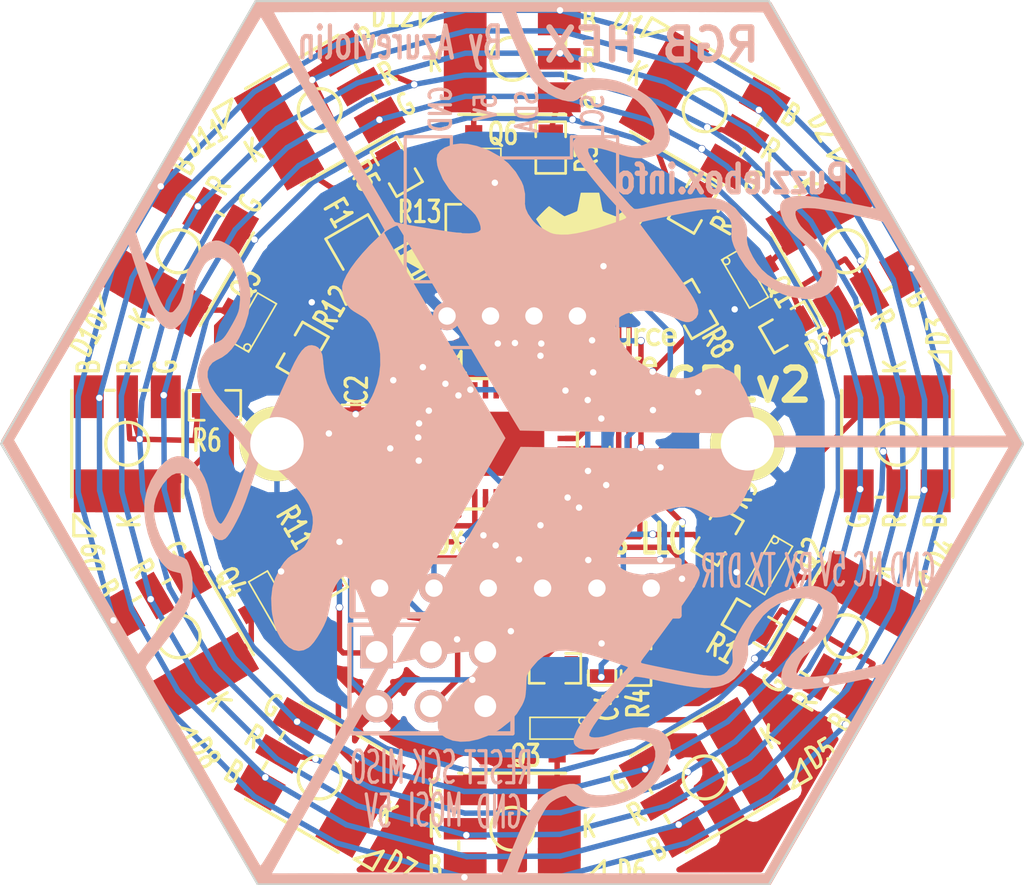
<source format=kicad_pcb>
(kicad_pcb (version 3) (host pcbnew "(2013-05-16 BZR 4016)-stable")
  (title_block (title "RGB HEX") (rev 1.3) (company "Puzzlebox Productions LLC") (comment 1 "Inspired by Ringbow Ring V3 from DFRobot") (comment 2 GPLv2) (comment 3 "By Azureviolin"))
  (layers (15 F.Cu signal hide) (0 B.Cu signal hide) (18 B.Paste user) (19 F.Paste user) (20 B.SilkS user) (21 F.SilkS user hide) (22 B.Mask user hide) (23 F.Mask user) (28 Edge.Cuts user))
  (net 0 "")
  (net 1 +5V)
  (net 2 /10PWM)
  (net 3 /11PWM)
  (net 4 /12)
  (net 5 /13)
  (net 6 /2)
  (net 7 /3PWM)
  (net 8 /4)
  (net 9 /5PWM)
  (net 10 /6PWM)
  (net 11 /7)
  (net 12 /8)
  (net 13 /9PWM)
  (net 14 /B-1)
  (net 15 /B-2)
  (net 16 /DTR)
  (net 17 /G-1)
  (net 18 /G-2)
  (net 19 /R-1)
  (net 20 /R-2)
  (net 21 /RESET)
  (net 22 /RX)
  (net 23 /SCL)
  (net 24 /SDA)
  (net 25 /TX)
  (net 26 /XTAL1)
  (net 27 /XTAL2)
  (net 28 GND)
  (net 29 N-0000014)
  (net 30 N-0000015)
  (net 31 N-0000016)
  (net 32 N-0000017)
  (net 33 N-0000018)
  (net 34 N-0000019)
  (net 35 N-0000030)
  (net 36 N-0000031)
  (net 37 N-0000032)
  (net 38 N-0000033)
  (net 39 N-0000034)
  (net 40 N-0000035)
  (net 41 N-0000041)
  (net 42 N-0000043)
  (module SM0603_Resistor (layer F.Cu) (at 8.4963 -11.2268 60)
    (fp_text reference R7 (at 0.130436 1.699121 60) (layer F.SilkS) (effects (font (size 1 0.7))))
    (fp_text value 27k hide)
    (pad 1 smd rect (at -0.762 0 60) (size 0.635 1.143) (layers F.Cu F.Paste F.Mask) (net 10 /6PWM))
    (pad 2 smd rect (at 0.762 0 60) (size 0.635 1.143) (layers F.Cu F.Paste F.Mask) (net 17 /G-1))
  )
  (module SOD323 (layer F.Cu) (at -5.4483 -9.0551 300)
    (fp_text reference D13 (at 1.959626 -2.124172 300) (layer F.SilkS) (effects (font (size 1 0.7))))
    (fp_text value DIODE hide)
    (pad 1 smd rect (at -0.3 -0.7 300) (size 0.5 0.4) (layers F.Cu F.Paste F.Mask) (net 35 N-0000030))
    (pad 2 smd rect (at 2 -0.7 300) (size 0.5 0.4) (layers F.Cu F.Paste F.Mask) (net 1 +5V))
  )
  (module SM1206 (layer F.Cu) (at -6.4643 -7.9502 120)
    (fp_text reference F1 (at 3.293172 -0.003942 120) (layer F.SilkS) (effects (font (size 1 0.7))))
    (fp_text value FUSE hide)
    (pad 1 smd rect (at -1.651 0 120) (size 1.524 2.032) (layers F.Cu F.Paste F.Mask) (net 28 GND))
    (pad 2 smd rect (at 1.651 0 120) (size 1.524 2.032) (layers F.Cu F.Paste F.Mask) (net 35 N-0000030))
  )
  (module SIL-6 (layer B.Cu) (at 0.15 6.75)
    (fp_text reference P2 hide)
    (fp_text value FTDI hide)
    (pad 1 thru_hole rect (at -6.35 0) (size 1.397 1.397) (drill 0.8128) (layers *.Cu *.Mask B.SilkS) (net 16 /DTR))
    (pad 2 thru_hole circle (at -3.81 0) (size 1.397 1.397) (drill 0.8128) (layers *.Cu *.Mask B.SilkS) (net 25 /TX))
    (pad 3 thru_hole circle (at -1.27 0) (size 1.397 1.397) (drill 0.8128) (layers *.Cu *.Mask B.SilkS) (net 22 /RX))
    (pad 4 thru_hole circle (at 1.27 0) (size 1.397 1.397) (drill 0.8128) (layers *.Cu *.Mask B.SilkS) (net 1 +5V))
    (pad 5 thru_hole circle (at 3.81 0) (size 1.397 1.397) (drill 0.8128) (layers *.Cu *.Mask B.SilkS))
    (pad 6 thru_hole circle (at 6.35 0) (size 1.397 1.397) (drill 0.8128) (layers *.Cu *.Mask B.SilkS) (net 28 GND))
  )
  (module pin_array_3x2 (layer B.Cu) (at -3.8 11)
    (fp_text reference P3 hide)
    (fp_text value ISP hide)
    (pad 1 thru_hole rect (at -2.54 -1.27) (size 1.524 1.524) (drill 1.016) (layers *.Cu *.Mask B.SilkS) (net 4 /12))
    (pad 2 thru_hole circle (at -2.54 1.27) (size 1.524 1.524) (drill 1.016) (layers *.Cu *.Mask B.SilkS) (net 1 +5V))
    (pad 3 thru_hole circle (at 0 -1.27) (size 1.524 1.524) (drill 1.016) (layers *.Cu *.Mask B.SilkS) (net 5 /13))
    (pad 4 thru_hole circle (at 0 1.27) (size 1.524 1.524) (drill 1.016) (layers *.Cu *.Mask B.SilkS) (net 3 /11PWM))
    (pad 5 thru_hole circle (at 2.54 -1.27) (size 1.524 1.524) (drill 1.016) (layers *.Cu *.Mask B.SilkS) (net 21 /RESET))
    (pad 6 thru_hole circle (at 2.54 1.27) (size 1.524 1.524) (drill 1.016) (layers *.Cu *.Mask B.SilkS) (net 28 GND))
  )
  (module Mount_Hole_M2Screw (layer F.Cu) (at -11.8 0.5)
    (fp_text reference MH2 hide)
    (fp_text value CONN_1 hide)
    (pad 1 thru_hole circle (at 0.8 -0.5) (size 3.5 3.5) (drill 2.5) (layers *.Cu *.Mask F.SilkS) (net 28 GND))
  )
  (module Mount_Hole_M2Screw (layer F.Cu) (at 7.9 0.3)
    (fp_text reference MH1 hide)
    (fp_text value CONN_1 hide)
    (pad 1 thru_hole circle (at 3.1 -0.3) (size 3.5 3.5) (drill 2.5) (layers *.Cu *.Mask F.SilkS) (net 28 GND))
  )
  (module QFN32 (layer F.Cu) (at 0 0)
    (fp_text reference IC1 (at -2.9083 -3.7719) (layer F.SilkS) (effects (font (size 1 0.7))))
    (fp_text value ATMEGA328P-M hide)
    (pad 31 smd rect (at -1.24968 -2.49936) (size 0.254 0.762) (layers F.Cu F.Paste F.Mask) (net 25 /TX))
    (pad 30 smd rect (at -0.7493 -2.49936) (size 0.254 0.762) (layers F.Cu F.Paste F.Mask) (net 22 /RX))
    (pad 29 smd rect (at -0.24892 -2.49936) (size 0.254 0.762) (layers F.Cu F.Paste F.Mask) (net 21 /RESET))
    (pad 32 smd rect (at -1.75006 -2.49936) (size 0.254 0.762) (layers F.Cu F.Paste F.Mask) (net 6 /2))
    (pad 1 smd rect (at -2.49936 -1.75006 90) (size 0.254 0.762) (layers F.Cu F.Paste F.Mask) (net 7 /3PWM))
    (pad 2 smd rect (at -2.49936 -1.24968 90) (size 0.254 0.762) (layers F.Cu F.Paste F.Mask) (net 8 /4))
    (pad 3 smd rect (at -2.49936 -0.7493 90) (size 0.254 0.762) (layers F.Cu F.Paste F.Mask) (net 28 GND))
    (pad 4 smd rect (at -2.49936 -0.24892 90) (size 0.254 0.762) (layers F.Cu F.Paste F.Mask) (net 1 +5V))
    (pad 5 smd rect (at -2.49936 0.24892 90) (size 0.254 0.762) (layers F.Cu F.Paste F.Mask) (net 28 GND))
    (pad 6 smd rect (at -2.49936 0.7493 90) (size 0.254 0.762) (layers F.Cu F.Paste F.Mask) (net 1 +5V))
    (pad 7 smd rect (at -2.49936 1.24968 90) (size 0.254 0.762) (layers F.Cu F.Paste F.Mask) (net 26 /XTAL1))
    (pad 8 smd rect (at -2.49936 1.75006 90) (size 0.254 0.762) (layers F.Cu F.Paste F.Mask) (net 27 /XTAL2))
    (pad 16 smd rect (at 1.75006 2.49936) (size 0.254 0.762) (layers F.Cu F.Paste F.Mask) (net 4 /12))
    (pad 9 smd rect (at -1.75006 2.49936) (size 0.254 0.762) (layers F.Cu F.Paste F.Mask) (net 9 /5PWM))
    (pad 10 smd rect (at -1.24968 2.49936) (size 0.254 0.762) (layers F.Cu F.Paste F.Mask) (net 10 /6PWM))
    (pad 11 smd rect (at -0.7493 2.49936) (size 0.254 0.762) (layers F.Cu F.Paste F.Mask) (net 11 /7))
    (pad 12 smd rect (at -0.24892 2.49936) (size 0.254 0.762) (layers F.Cu F.Paste F.Mask) (net 12 /8))
    (pad 13 smd rect (at 0.24892 2.49936) (size 0.254 0.762) (layers F.Cu F.Paste F.Mask) (net 13 /9PWM))
    (pad 14 smd rect (at 0.7493 2.49936) (size 0.254 0.762) (layers F.Cu F.Paste F.Mask) (net 2 /10PWM))
    (pad 15 smd rect (at 1.24968 2.49936) (size 0.254 0.762) (layers F.Cu F.Paste F.Mask) (net 3 /11PWM))
    (pad 17 smd rect (at 2.49936 1.75006 90) (size 0.254 0.762) (layers F.Cu F.Paste F.Mask) (net 5 /13))
    (pad 18 smd rect (at 2.49936 1.24968 90) (size 0.254 0.762) (layers F.Cu F.Paste F.Mask) (net 1 +5V))
    (pad 19 smd rect (at 2.49936 0.7493 90) (size 0.254 0.762) (layers F.Cu F.Paste F.Mask))
    (pad 20 smd rect (at 2.49936 0.24892 90) (size 0.254 0.762) (layers F.Cu F.Paste F.Mask) (net 40 N-0000035))
    (pad 21 smd rect (at 2.49936 -0.24892 90) (size 0.254 0.762) (layers F.Cu F.Paste F.Mask) (net 28 GND))
    (pad 22 smd rect (at 2.49936 -0.7493 90) (size 0.254 0.762) (layers F.Cu F.Paste F.Mask))
    (pad 23 smd rect (at 2.49936 -1.24968 90) (size 0.254 0.762) (layers F.Cu F.Paste F.Mask))
    (pad 24 smd rect (at 2.49936 -1.75006 90) (size 0.254 0.762) (layers F.Cu F.Paste F.Mask))
    (pad 25 smd rect (at 1.75006 -2.49936) (size 0.254 0.762) (layers F.Cu F.Paste F.Mask))
    (pad 26 smd rect (at 1.24968 -2.49936) (size 0.254 0.762) (layers F.Cu F.Paste F.Mask))
    (pad 27 smd rect (at 0.7493 -2.49936) (size 0.254 0.762) (layers F.Cu F.Paste F.Mask) (net 24 /SDA))
    (pad 28 smd rect (at 0.24892 -2.49936) (size 0.254 0.762) (layers F.Cu F.Paste F.Mask) (net 23 /SCL))
    (pad 33 smd rect (at 0 0) (size 2.99974 2.99974) (layers F.Cu F.Paste F.Mask))
  )
  (module grove_4_horizontal (layer B.Cu) (at 0 -6 270)
    (fp_text reference P1 hide)
    (fp_text value I2C hide)
    (fp_text user SCL (at -9.367 -3.7719 270) (layer B.SilkS) (effects (font (size 1 0.7)) (justify mirror)))
    (fp_text user SDA (at -9.5321 -0.6985 270) (layer B.SilkS) (effects (font (size 1 0.7)) (justify mirror)))
    (fp_text user 5V (at -9.7226 1.2446 270) (layer B.SilkS) (effects (font (size 1 0.7)) (justify mirror)))
    (fp_text user GND (at -9.6464 3.3401 270) (layer B.SilkS) (effects (font (size 1 0.7)) (justify mirror)))
    (pad 4 thru_hole circle (at 0.0254 3.048 270) (size 1.3208 1.3208) (drill 0.8128) (layers *.Cu *.Mask B.SilkS) (net 28 GND))
    (pad 3 thru_hole circle (at 0.0254 1.016 270) (size 1.3208 1.3208) (drill 0.8128) (layers *.Cu *.Mask B.SilkS) (net 1 +5V))
    (pad 2 thru_hole circle (at 0.0254 -1.016 270) (size 1.3208 1.3208) (drill 0.8128) (layers *.Cu *.Mask B.SilkS) (net 24 /SDA))
    (pad 1 thru_hole rect (at 0.0254 -3.048 270) (size 1.3208 1.3208) (drill 0.8128) (layers *.Cu *.Mask B.SilkS) (net 23 /SCL))
  )
  (module LED_RGB_ComK_SMD5050 (layer F.Cu) (at 0 -18)
    (fp_text reference D12 (at -5.588 -2.0066) (layer F.SilkS) (effects (font (size 1 0.7))))
    (fp_text value LED_RGB hide)
    (fp_text user G (at 3.6 1.8) (layer F.SilkS) (effects (font (size 1 0.7))))
    (fp_text user R (at 3.6 0.1) (layer F.SilkS) (effects (font (size 1 0.7))))
    (fp_text user B (at 3.6 -1.8) (layer F.SilkS) (effects (font (size 1 0.7))))
    (fp_text user K (at -3.6 0.1) (layer F.SilkS) (effects (font (size 1 0.7))))
    (pad 1 smd rect (at -2.2 -1.7) (size 2 1.6) (layers F.Cu F.Paste F.Mask) (net 41 N-0000041))
    (pad 2 smd rect (at 2.2 -1.8) (size 2 1.4) (layers F.Cu F.Paste F.Mask) (net 15 /B-2))
    (pad 3 smd rect (at -2.2 0) (size 2 3) (layers F.Cu F.Paste F.Mask) (net 41 N-0000041))
    (pad 4 smd rect (at 2.2 0) (size 2 1) (layers F.Cu F.Paste F.Mask) (net 20 /R-2))
    (pad 5 smd rect (at -2.2 1.7) (size 2 1.6) (layers F.Cu F.Paste F.Mask) (net 41 N-0000041))
    (pad 6 smd rect (at 2.2 1.8) (size 2 1.4) (layers F.Cu F.Paste F.Mask) (net 18 /G-2))
  )
  (module LED_RGB_ComK_SMD5050 (layer F.Cu) (at -9 -15.6 30)
    (fp_text reference D11 (at -5.284002 -1.54984 30) (layer F.SilkS) (effects (font (size 1 0.7))))
    (fp_text value LED_RGB hide)
    (fp_text user G (at 3.6 1.8 30) (layer F.SilkS) (effects (font (size 1 0.7))))
    (fp_text user R (at 3.6 0.1 30) (layer F.SilkS) (effects (font (size 1 0.7))))
    (fp_text user B (at 3.6 -1.8 30) (layer F.SilkS) (effects (font (size 1 0.7))))
    (fp_text user K (at -3.6 0.1 30) (layer F.SilkS) (effects (font (size 1 0.7))))
    (pad 1 smd rect (at -2.2 -1.7 30) (size 2 1.6) (layers F.Cu F.Paste F.Mask) (net 41 N-0000041))
    (pad 2 smd rect (at 2.2 -1.8 30) (size 2 1.4) (layers F.Cu F.Paste F.Mask) (net 14 /B-1))
    (pad 3 smd rect (at -2.2 0 30) (size 2 3) (layers F.Cu F.Paste F.Mask) (net 41 N-0000041))
    (pad 4 smd rect (at 2.2 0 30) (size 2 1) (layers F.Cu F.Paste F.Mask) (net 19 /R-1))
    (pad 5 smd rect (at -2.2 1.7 30) (size 2 1.6) (layers F.Cu F.Paste F.Mask) (net 41 N-0000041))
    (pad 6 smd rect (at 2.2 1.8 30) (size 2 1.4) (layers F.Cu F.Paste F.Mask) (net 17 /G-1))
  )
  (module LED_RGB_ComK_SMD5050 (layer F.Cu) (at -15.6 -9 60)
    (fp_text reference D10 (at -5.470771 -1.661053 60) (layer F.SilkS) (effects (font (size 1 0.7))))
    (fp_text value LED_RGB hide)
    (fp_text user G (at 3.6 1.8 60) (layer F.SilkS) (effects (font (size 1 0.7))))
    (fp_text user R (at 3.6 0.1 60) (layer F.SilkS) (effects (font (size 1 0.7))))
    (fp_text user B (at 3.6 -1.8 60) (layer F.SilkS) (effects (font (size 1 0.7))))
    (fp_text user K (at -3.6 0.1 60) (layer F.SilkS) (effects (font (size 1 0.7))))
    (pad 1 smd rect (at -2.2 -1.7 60) (size 2 1.6) (layers F.Cu F.Paste F.Mask) (net 42 N-0000043))
    (pad 2 smd rect (at 2.2 -1.8 60) (size 2 1.4) (layers F.Cu F.Paste F.Mask) (net 15 /B-2))
    (pad 3 smd rect (at -2.2 0 60) (size 2 3) (layers F.Cu F.Paste F.Mask) (net 42 N-0000043))
    (pad 4 smd rect (at 2.2 0 60) (size 2 1) (layers F.Cu F.Paste F.Mask) (net 20 /R-2))
    (pad 5 smd rect (at -2.2 1.7 60) (size 2 1.6) (layers F.Cu F.Paste F.Mask) (net 42 N-0000043))
    (pad 6 smd rect (at 2.2 1.8 60) (size 2 1.4) (layers F.Cu F.Paste F.Mask) (net 18 /G-2))
  )
  (module LED_RGB_ComK_SMD5050 (layer F.Cu) (at -18 0 90)
    (fp_text reference D9 (at -5.334 -1.558 90) (layer F.SilkS) (effects (font (size 1 0.7))))
    (fp_text value LED_RGB hide)
    (fp_text user G (at 3.6 1.8 90) (layer F.SilkS) (effects (font (size 1 0.7))))
    (fp_text user R (at 3.6 0.1 90) (layer F.SilkS) (effects (font (size 1 0.7))))
    (fp_text user B (at 3.6 -1.8 90) (layer F.SilkS) (effects (font (size 1 0.7))))
    (fp_text user K (at -3.6 0.1 90) (layer F.SilkS) (effects (font (size 1 0.7))))
    (pad 1 smd rect (at -2.2 -1.7 90) (size 2 1.6) (layers F.Cu F.Paste F.Mask) (net 42 N-0000043))
    (pad 2 smd rect (at 2.2 -1.8 90) (size 2 1.4) (layers F.Cu F.Paste F.Mask) (net 14 /B-1))
    (pad 3 smd rect (at -2.2 0 90) (size 2 3) (layers F.Cu F.Paste F.Mask) (net 42 N-0000043))
    (pad 4 smd rect (at 2.2 0 90) (size 2 1) (layers F.Cu F.Paste F.Mask) (net 19 /R-1))
    (pad 5 smd rect (at -2.2 1.7 90) (size 2 1.6) (layers F.Cu F.Paste F.Mask) (net 42 N-0000043))
    (pad 6 smd rect (at 2.2 1.8 90) (size 2 1.4) (layers F.Cu F.Paste F.Mask) (net 17 /G-1))
  )
  (module LED_RGB_ComK_SMD5050 (layer F.Cu) (at -15.6 9 120)
    (fp_text reference D8 (at -5.349537 -1.69033 120) (layer F.SilkS) (effects (font (size 1 0.7))))
    (fp_text value LED_RGB hide)
    (fp_text user G (at 3.6 1.8 120) (layer F.SilkS) (effects (font (size 1 0.7))))
    (fp_text user R (at 3.6 0.1 120) (layer F.SilkS) (effects (font (size 1 0.7))))
    (fp_text user B (at 3.6 -1.8 120) (layer F.SilkS) (effects (font (size 1 0.7))))
    (fp_text user K (at -3.6 0.1 120) (layer F.SilkS) (effects (font (size 1 0.7))))
    (pad 1 smd rect (at -2.2 -1.7 120) (size 2 1.6) (layers F.Cu F.Paste F.Mask) (net 38 N-0000033))
    (pad 2 smd rect (at 2.2 -1.8 120) (size 2 1.4) (layers F.Cu F.Paste F.Mask) (net 15 /B-2))
    (pad 3 smd rect (at -2.2 0 120) (size 2 3) (layers F.Cu F.Paste F.Mask) (net 38 N-0000033))
    (pad 4 smd rect (at 2.2 0 120) (size 2 1) (layers F.Cu F.Paste F.Mask) (net 20 /R-2))
    (pad 5 smd rect (at -2.2 1.7 120) (size 2 1.6) (layers F.Cu F.Paste F.Mask) (net 38 N-0000033))
    (pad 6 smd rect (at 2.2 1.8 120) (size 2 1.4) (layers F.Cu F.Paste F.Mask) (net 18 /G-2))
  )
  (module LED_RGB_ComK_SMD5050 (layer F.Cu) (at -9 15.6 150)
    (fp_text reference D7 (at -5.332439 -1.726255 150) (layer F.SilkS) (effects (font (size 1 0.7))))
    (fp_text value LED_RGB hide)
    (fp_text user G (at 3.6 1.8 150) (layer F.SilkS) (effects (font (size 1 0.7))))
    (fp_text user R (at 3.6 0.1 150) (layer F.SilkS) (effects (font (size 1 0.7))))
    (fp_text user B (at 3.6 -1.8 150) (layer F.SilkS) (effects (font (size 1 0.7))))
    (fp_text user K (at -3.6 0.1 150) (layer F.SilkS) (effects (font (size 1 0.7))))
    (pad 1 smd rect (at -2.2 -1.7 150) (size 2 1.6) (layers F.Cu F.Paste F.Mask) (net 38 N-0000033))
    (pad 2 smd rect (at 2.2 -1.8 150) (size 2 1.4) (layers F.Cu F.Paste F.Mask) (net 14 /B-1))
    (pad 3 smd rect (at -2.2 0 150) (size 2 3) (layers F.Cu F.Paste F.Mask) (net 38 N-0000033))
    (pad 4 smd rect (at 2.2 0 150) (size 2 1) (layers F.Cu F.Paste F.Mask) (net 19 /R-1))
    (pad 5 smd rect (at -2.2 1.7 150) (size 2 1.6) (layers F.Cu F.Paste F.Mask) (net 38 N-0000033))
    (pad 6 smd rect (at 2.2 1.8 150) (size 2 1.4) (layers F.Cu F.Paste F.Mask) (net 17 /G-1))
  )
  (module LED_RGB_ComK_SMD5050 (layer F.Cu) (at 0 18 180)
    (fp_text reference D6 (at -5.588 -2.0066 180) (layer F.SilkS) (effects (font (size 1 0.7))))
    (fp_text value LED_RGB hide)
    (fp_text user G (at 3.6 1.8 180) (layer F.SilkS) (effects (font (size 1 0.7))))
    (fp_text user R (at 3.6 0.1 180) (layer F.SilkS) (effects (font (size 1 0.7))))
    (fp_text user B (at 3.6 -1.8 180) (layer F.SilkS) (effects (font (size 1 0.7))))
    (fp_text user K (at -3.6 0.1 180) (layer F.SilkS) (effects (font (size 1 0.7))))
    (pad 1 smd rect (at -2.2 -1.7 180) (size 2 1.6) (layers F.Cu F.Paste F.Mask) (net 36 N-0000031))
    (pad 2 smd rect (at 2.2 -1.8 180) (size 2 1.4) (layers F.Cu F.Paste F.Mask) (net 15 /B-2))
    (pad 3 smd rect (at -2.2 0 180) (size 2 3) (layers F.Cu F.Paste F.Mask) (net 36 N-0000031))
    (pad 4 smd rect (at 2.2 0 180) (size 2 1) (layers F.Cu F.Paste F.Mask) (net 20 /R-2))
    (pad 5 smd rect (at -2.2 1.7 180) (size 2 1.6) (layers F.Cu F.Paste F.Mask) (net 36 N-0000031))
    (pad 6 smd rect (at 2.2 1.8 180) (size 2 1.4) (layers F.Cu F.Paste F.Mask) (net 18 /G-2))
  )
  (module LED_RGB_ComK_SMD5050 (layer F.Cu) (at 9 15.6 210)
    (fp_text reference D5 (at -5.265742 -1.759268 210) (layer F.SilkS) (effects (font (size 1 0.7))))
    (fp_text value LED_RGB hide)
    (fp_text user G (at 3.6 1.8 210) (layer F.SilkS) (effects (font (size 1 0.7))))
    (fp_text user R (at 3.6 0.1 210) (layer F.SilkS) (effects (font (size 1 0.7))))
    (fp_text user B (at 3.6 -1.8 210) (layer F.SilkS) (effects (font (size 1 0.7))))
    (fp_text user K (at -3.6 0.1 210) (layer F.SilkS) (effects (font (size 1 0.7))))
    (pad 1 smd rect (at -2.2 -1.7 210) (size 2 1.6) (layers F.Cu F.Paste F.Mask) (net 36 N-0000031))
    (pad 2 smd rect (at 2.2 -1.8 210) (size 2 1.4) (layers F.Cu F.Paste F.Mask) (net 14 /B-1))
    (pad 3 smd rect (at -2.2 0 210) (size 2 3) (layers F.Cu F.Paste F.Mask) (net 36 N-0000031))
    (pad 4 smd rect (at 2.2 0 210) (size 2 1) (layers F.Cu F.Paste F.Mask) (net 19 /R-1))
    (pad 5 smd rect (at -2.2 1.7 210) (size 2 1.6) (layers F.Cu F.Paste F.Mask) (net 36 N-0000031))
    (pad 6 smd rect (at 2.2 1.8 210) (size 2 1.4) (layers F.Cu F.Paste F.Mask) (net 17 /G-1))
  )
  (module LED_RGB_ComK_SMD5050 (layer F.Cu) (at 15.6 9 240)
    (fp_text reference D4 (at -5.588 -2.0066 240) (layer F.SilkS) (effects (font (size 1 0.7))))
    (fp_text value LED_RGB hide)
    (fp_text user G (at 3.6 1.8 240) (layer F.SilkS) (effects (font (size 1 0.7))))
    (fp_text user R (at 3.6 0.1 240) (layer F.SilkS) (effects (font (size 1 0.7))))
    (fp_text user B (at 3.6 -1.8 240) (layer F.SilkS) (effects (font (size 1 0.7))))
    (fp_text user K (at -3.6 0.1 240) (layer F.SilkS) (effects (font (size 1 0.7))))
    (pad 1 smd rect (at -2.2 -1.7 240) (size 2 1.6) (layers F.Cu F.Paste F.Mask) (net 37 N-0000032))
    (pad 2 smd rect (at 2.2 -1.8 240) (size 2 1.4) (layers F.Cu F.Paste F.Mask) (net 15 /B-2))
    (pad 3 smd rect (at -2.2 0 240) (size 2 3) (layers F.Cu F.Paste F.Mask) (net 37 N-0000032))
    (pad 4 smd rect (at 2.2 0 240) (size 2 1) (layers F.Cu F.Paste F.Mask) (net 20 /R-2))
    (pad 5 smd rect (at -2.2 1.7 240) (size 2 1.6) (layers F.Cu F.Paste F.Mask) (net 37 N-0000032))
    (pad 6 smd rect (at 2.2 1.8 240) (size 2 1.4) (layers F.Cu F.Paste F.Mask) (net 18 /G-2))
  )
  (module LED_RGB_ComK_SMD5050 (layer F.Cu) (at 18 0 270)
    (fp_text reference D3 (at -5.2578 -1.9263 270) (layer F.SilkS) (effects (font (size 1 0.7))))
    (fp_text value LED_RGB hide)
    (fp_text user G (at 3.6 1.8 270) (layer F.SilkS) (effects (font (size 1 0.7))))
    (fp_text user R (at 3.6 0.1 270) (layer F.SilkS) (effects (font (size 1 0.7))))
    (fp_text user B (at 3.6 -1.8 270) (layer F.SilkS) (effects (font (size 1 0.7))))
    (fp_text user K (at -3.6 0.1 270) (layer F.SilkS) (effects (font (size 1 0.7))))
    (pad 1 smd rect (at -2.2 -1.7 270) (size 2 1.6) (layers F.Cu F.Paste F.Mask) (net 37 N-0000032))
    (pad 2 smd rect (at 2.2 -1.8 270) (size 2 1.4) (layers F.Cu F.Paste F.Mask) (net 14 /B-1))
    (pad 3 smd rect (at -2.2 0 270) (size 2 3) (layers F.Cu F.Paste F.Mask) (net 37 N-0000032))
    (pad 4 smd rect (at 2.2 0 270) (size 2 1) (layers F.Cu F.Paste F.Mask) (net 19 /R-1))
    (pad 5 smd rect (at -2.2 1.7 270) (size 2 1.6) (layers F.Cu F.Paste F.Mask) (net 37 N-0000032))
    (pad 6 smd rect (at 2.2 1.8 270) (size 2 1.4) (layers F.Cu F.Paste F.Mask) (net 17 /G-1))
  )
  (module LED_RGB_ComK_SMD5050 (layer F.Cu) (at 15.6 -9 300)
    (fp_text reference D2 (at -5.588 -2.0066 300) (layer F.SilkS) (effects (font (size 1 0.7))))
    (fp_text value LED_RGB hide)
    (fp_text user G (at 3.6 1.8 300) (layer F.SilkS) (effects (font (size 1 0.7))))
    (fp_text user R (at 3.6 0.1 300) (layer F.SilkS) (effects (font (size 1 0.7))))
    (fp_text user B (at 3.6 -1.8 300) (layer F.SilkS) (effects (font (size 1 0.7))))
    (fp_text user K (at -3.6 0.1 300) (layer F.SilkS) (effects (font (size 1 0.7))))
    (pad 1 smd rect (at -2.2 -1.7 300) (size 2 1.6) (layers F.Cu F.Paste F.Mask) (net 39 N-0000034))
    (pad 2 smd rect (at 2.2 -1.8 300) (size 2 1.4) (layers F.Cu F.Paste F.Mask) (net 15 /B-2))
    (pad 3 smd rect (at -2.2 0 300) (size 2 3) (layers F.Cu F.Paste F.Mask) (net 39 N-0000034))
    (pad 4 smd rect (at 2.2 0 300) (size 2 1) (layers F.Cu F.Paste F.Mask) (net 20 /R-2))
    (pad 5 smd rect (at -2.2 1.7 300) (size 2 1.6) (layers F.Cu F.Paste F.Mask) (net 39 N-0000034))
    (pad 6 smd rect (at 2.2 1.8 300) (size 2 1.4) (layers F.Cu F.Paste F.Mask) (net 18 /G-2))
  )
  (module LED_RGB_ComK_SMD5050 (layer F.Cu) (at 9 -15.6 330)
    (fp_text reference D1 (at -5.112012 -1.750865 330) (layer F.SilkS) (effects (font (size 1 0.7))))
    (fp_text value LED_RGB hide)
    (fp_text user G (at 3.6 1.8 330) (layer F.SilkS) (effects (font (size 1 0.7))))
    (fp_text user R (at 3.6 0.1 330) (layer F.SilkS) (effects (font (size 1 0.7))))
    (fp_text user B (at 3.6 -1.8 330) (layer F.SilkS) (effects (font (size 1 0.7))))
    (fp_text user K (at -3.6 0.1 330) (layer F.SilkS) (effects (font (size 1 0.7))))
    (pad 1 smd rect (at -2.2 -1.7 330) (size 2 1.6) (layers F.Cu F.Paste F.Mask) (net 39 N-0000034))
    (pad 2 smd rect (at 2.2 -1.8 330) (size 2 1.4) (layers F.Cu F.Paste F.Mask) (net 14 /B-1))
    (pad 3 smd rect (at -2.2 0 330) (size 2 3) (layers F.Cu F.Paste F.Mask) (net 39 N-0000034))
    (pad 4 smd rect (at 2.2 0 330) (size 2 1) (layers F.Cu F.Paste F.Mask) (net 19 /R-1))
    (pad 5 smd rect (at -2.2 1.7 330) (size 2 1.6) (layers F.Cu F.Paste F.Mask) (net 39 N-0000034))
    (pad 6 smd rect (at 2.2 1.8 330) (size 2 1.4) (layers F.Cu F.Paste F.Mask) (net 17 /G-1))
  )
  (module SOT23 (layer F.Cu) (at 10.9 -7.7 300)
    (fp_text reference Q1 (at 1.3716 -1.1938 300) (layer F.SilkS) (effects (font (size 1 0.7))))
    (fp_text value NPN hide)
    (pad 3 smd rect (at 0 -1.09982 300) (size 0.8001 1.00076) (layers F.Cu F.Paste F.Mask) (net 39 N-0000034))
    (pad 2 smd rect (at 0.9525 1.09982 300) (size 0.8001 1.00076) (layers F.Cu F.Paste F.Mask) (net 28 GND))
    (pad 1 smd rect (at -0.9525 1.09982 300) (size 0.8001 1.00076) (layers F.Cu F.Paste F.Mask) (net 29 N-0000014))
  )
  (module SOT23 (layer F.Cu) (at 12 5.7 240)
    (fp_text reference Q2 (at -1.426314 -1.370448 240) (layer F.SilkS) (effects (font (size 1 0.7))))
    (fp_text value NPN hide)
    (pad 3 smd rect (at 0 -1.09982 240) (size 0.8001 1.00076) (layers F.Cu F.Paste F.Mask) (net 37 N-0000032))
    (pad 2 smd rect (at 0.9525 1.09982 240) (size 0.8001 1.00076) (layers F.Cu F.Paste F.Mask) (net 28 GND))
    (pad 1 smd rect (at -0.9525 1.09982 240) (size 0.8001 1.00076) (layers F.Cu F.Paste F.Mask) (net 30 N-0000015))
  )
  (module SOT23 (layer F.Cu) (at 2.1 13.3 180)
    (fp_text reference Q3 (at 1.4777 -1.2923 180) (layer F.SilkS) (effects (font (size 1 0.7))))
    (fp_text value NPN hide)
    (pad 3 smd rect (at 0 -1.09982 180) (size 0.8001 1.00076) (layers F.Cu F.Paste F.Mask) (net 36 N-0000031))
    (pad 2 smd rect (at 0.9525 1.09982 180) (size 0.8001 1.00076) (layers F.Cu F.Paste F.Mask) (net 28 GND))
    (pad 1 smd rect (at -0.9525 1.09982 180) (size 0.8001 1.00076) (layers F.Cu F.Paste F.Mask) (net 31 N-0000016))
  )
  (module SOT23 (layer F.Cu) (at -11.25 7.3 120)
    (fp_text reference Q4 (at 1.657042 -1.274881 120) (layer F.SilkS) (effects (font (size 1 0.7))))
    (fp_text value NPN hide)
    (pad 3 smd rect (at 0 -1.09982 120) (size 0.8001 1.00076) (layers F.Cu F.Paste F.Mask) (net 38 N-0000033))
    (pad 2 smd rect (at 0.9525 1.09982 120) (size 0.8001 1.00076) (layers F.Cu F.Paste F.Mask) (net 28 GND))
    (pad 1 smd rect (at -0.9525 1.09982 120) (size 0.8001 1.00076) (layers F.Cu F.Paste F.Mask) (net 32 N-0000017))
  )
  (module SOT23 (layer F.Cu) (at -12.1 -5.7 60)
    (fp_text reference Q5 (at 1.3716 -1.1938 60) (layer F.SilkS) (effects (font (size 1 0.7))))
    (fp_text value NPN hide)
    (pad 3 smd rect (at 0 -1.09982 60) (size 0.8001 1.00076) (layers F.Cu F.Paste F.Mask) (net 42 N-0000043))
    (pad 2 smd rect (at 0.9525 1.09982 60) (size 0.8001 1.00076) (layers F.Cu F.Paste F.Mask) (net 28 GND))
    (pad 1 smd rect (at -0.9525 1.09982 60) (size 0.8001 1.00076) (layers F.Cu F.Paste F.Mask) (net 33 N-0000018))
  )
  (module SOT23 (layer F.Cu) (at -1.8 -13.3)
    (fp_text reference Q6 (at 1.3716 -1.1938) (layer F.SilkS) (effects (font (size 1 0.7))))
    (fp_text value NPN hide)
    (pad 3 smd rect (at 0 -1.09982) (size 0.8001 1.00076) (layers F.Cu F.Paste F.Mask) (net 41 N-0000041))
    (pad 2 smd rect (at 0.9525 1.09982) (size 0.8001 1.00076) (layers F.Cu F.Paste F.Mask) (net 28 GND))
    (pad 1 smd rect (at -0.9525 1.09982) (size 0.8001 1.00076) (layers F.Cu F.Paste F.Mask) (net 34 N-0000019))
  )
  (module SM0603_Resistor (layer F.Cu) (at 5.7912 10.0965 270)
    (fp_text reference R4 (at 2.0574 -0.1016 270) (layer F.SilkS) (effects (font (size 1 0.7))))
    (fp_text value 10k hide)
    (pad 1 smd rect (at -0.762 0 270) (size 0.635 1.143) (layers F.Cu F.Paste F.Mask) (net 21 /RESET))
    (pad 2 smd rect (at 0.762 0 270) (size 0.635 1.143) (layers F.Cu F.Paste F.Mask) (net 1 +5V))
  )
  (module SM0603_Resistor (layer F.Cu) (at -13.9 -1.8 180)
    (fp_text reference R6 (at 0.3748 -1.6476 180) (layer F.SilkS) (effects (font (size 1 0.7))))
    (fp_text value 15k hide)
    (pad 1 smd rect (at -0.762 0 180) (size 0.635 1.143) (layers F.Cu F.Paste F.Mask) (net 9 /5PWM))
    (pad 2 smd rect (at 0.762 0 180) (size 0.635 1.143) (layers F.Cu F.Paste F.Mask) (net 19 /R-1))
  )
  (module SM0603_Resistor (layer F.Cu) (at -5.4 -12.95 120)
    (fp_text reference R5 (at 0.402964 -1.553555 120) (layer F.SilkS) (effects (font (size 1 0.7))))
    (fp_text value 13k hide)
    (pad 1 smd rect (at -0.762 0 120) (size 0.635 1.143) (layers F.Cu F.Paste F.Mask) (net 7 /3PWM))
    (pad 2 smd rect (at 0.762 0 120) (size 0.635 1.143) (layers F.Cu F.Paste F.Mask) (net 14 /B-1))
  )
  (module SM0603_Resistor (layer F.Cu) (at 12.95 -5.45 30)
    (fp_text reference R2 (at 0.81149 1.599658 30) (layer F.SilkS) (effects (font (size 1 0.7))))
    (fp_text value 15k hide)
    (pad 1 smd rect (at -0.762 0 30) (size 0.635 1.143) (layers F.Cu F.Paste F.Mask) (net 2 /10PWM))
    (pad 2 smd rect (at 0.762 0 30) (size 0.635 1.143) (layers F.Cu F.Paste F.Mask) (net 20 /R-2))
  )
  (module SM0603_Resistor (layer F.Cu) (at 11.2 8.45 330)
    (fp_text reference R1 (at -0.652075 1.661773 330) (layer F.SilkS) (effects (font (size 1 0.7))))
    (fp_text value 13k hide)
    (pad 1 smd rect (at -0.762 0 330) (size 0.635 1.143) (layers F.Cu F.Paste F.Mask) (net 13 /9PWM))
    (pad 2 smd rect (at 0.762 0 330) (size 0.635 1.143) (layers F.Cu F.Paste F.Mask) (net 15 /B-2))
  )
  (module SM0603_Resistor (layer F.Cu) (at -1.9 -10.5 180)
    (fp_text reference R13 (at 2.4307 0.3458 180) (layer F.SilkS) (effects (font (size 1 0.7))))
    (fp_text value 1K hide)
    (pad 1 smd rect (at -0.762 0 180) (size 0.635 1.143) (layers F.Cu F.Paste F.Mask) (net 5 /13))
    (pad 2 smd rect (at 0.762 0 180) (size 0.635 1.143) (layers F.Cu F.Paste F.Mask) (net 34 N-0000019))
  )
  (module SM0603_Resistor (layer F.Cu) (at -9.8 -4.3 240)
    (fp_text reference R12 (at -2.495351 -0.196674 240) (layer F.SilkS) (effects (font (size 1 0.7))))
    (fp_text value 1K hide)
    (pad 1 smd rect (at -0.762 0 240) (size 0.635 1.143) (layers F.Cu F.Paste F.Mask) (net 4 /12))
    (pad 2 smd rect (at 0.762 0 240) (size 0.635 1.143) (layers F.Cu F.Paste F.Mask) (net 33 N-0000018))
  )
  (module SM0603_Resistor (layer F.Cu) (at -8.9 6 300)
    (fp_text reference R11 (at -2.425907 0.024995 300) (layer F.SilkS) (effects (font (size 1 0.7))))
    (fp_text value 1K hide)
    (pad 1 smd rect (at -0.762 0 300) (size 0.635 1.143) (layers F.Cu F.Paste F.Mask) (net 12 /8))
    (pad 2 smd rect (at 0.762 0 300) (size 0.635 1.143) (layers F.Cu F.Paste F.Mask) (net 32 N-0000017))
  )
  (module SM0603_Resistor (layer F.Cu) (at 2 10.5)
    (fp_text reference R10 (at 0.3368 -1.3941) (layer F.SilkS) (effects (font (size 1 0.7))))
    (fp_text value 1K hide)
    (pad 1 smd rect (at -0.762 0) (size 0.635 1.143) (layers F.Cu F.Paste F.Mask) (net 11 /7))
    (pad 2 smd rect (at 0.762 0) (size 0.635 1.143) (layers F.Cu F.Paste F.Mask) (net 31 N-0000016))
  )
  (module SM0603_Resistor (layer F.Cu) (at 9.6 4.3 60)
    (fp_text reference R9 (at 2.3368 0.0508 60) (layer F.SilkS) (effects (font (size 1 0.7))))
    (fp_text value 1K hide)
    (pad 1 smd rect (at -0.762 0 60) (size 0.635 1.143) (layers F.Cu F.Paste F.Mask) (net 8 /4))
    (pad 2 smd rect (at 0.762 0 60) (size 0.635 1.143) (layers F.Cu F.Paste F.Mask) (net 30 N-0000015))
  )
  (module SM0603_Resistor (layer F.Cu) (at 8.4 -6.3 120)
    (fp_text reference R8 (at -1.96511 0.25247 120) (layer F.SilkS) (effects (font (size 1 0.7))))
    (fp_text value 1K hide)
    (pad 1 smd rect (at -0.762 0 120) (size 0.635 1.143) (layers F.Cu F.Paste F.Mask) (net 6 /2))
    (pad 2 smd rect (at 0.762 0 120) (size 0.635 1.143) (layers F.Cu F.Paste F.Mask) (net 29 N-0000014))
  )
  (module SM0603_Resistor (layer F.Cu) (at 1.8 -13.85 90)
    (fp_text reference R3 (at -0.5023 1.6798 90) (layer F.SilkS) (effects (font (size 1 0.7))))
    (fp_text value 27k hide)
    (pad 1 smd rect (at -0.762 0 90) (size 0.635 1.143) (layers F.Cu F.Paste F.Mask) (net 3 /11PWM))
    (pad 2 smd rect (at 0.762 0 90) (size 0.635 1.143) (layers F.Cu F.Paste F.Mask) (net 18 /G-2))
  )
  (module SM0603_Capa (layer F.Cu) (at 3.9116 -0.3556 90)
    (fp_text reference C3 (at 2.032 0 90) (layer F.SilkS) (effects (font (size 1 0.7))))
    (fp_text value 0.1uF hide)
    (pad 1 smd rect (at -0.762 0 90) (size 0.635 1.143) (layers F.Cu F.Paste F.Mask) (net 40 N-0000035))
    (pad 2 smd rect (at 0.762 0 90) (size 0.635 1.143) (layers F.Cu F.Paste F.Mask) (net 28 GND))
  )
  (module SM0603_Capa (layer F.Cu) (at -7.319 -0.6206 270)
    (fp_text reference C2 (at -1.9 -0.05 270) (layer F.SilkS) (effects (font (size 1 0.7))))
    (fp_text value 0.1uF hide)
    (pad 1 smd rect (at -0.762 0 270) (size 0.635 1.143) (layers F.Cu F.Paste F.Mask) (net 1 +5V))
    (pad 2 smd rect (at 0.762 0 270) (size 0.635 1.143) (layers F.Cu F.Paste F.Mask) (net 28 GND))
  )
  (module SM0603_Capa (layer F.Cu) (at -5.619 -0.6206 270)
    (fp_text reference C1 (at -1.95 0 270) (layer F.SilkS) (effects (font (size 1 0.7))))
    (fp_text value 10uF hide)
    (pad 1 smd rect (at -0.762 0 270) (size 0.635 1.143) (layers F.Cu F.Paste F.Mask) (net 1 +5V))
    (pad 2 smd rect (at 0.762 0 270) (size 0.635 1.143) (layers F.Cu F.Paste F.Mask) (net 28 GND))
  )
  (module SM0603_Capa (layer F.Cu) (at 4.2037 10.0965 270)
    (fp_text reference C4 (at 2.1971 -0.254 270) (layer F.SilkS) (effects (font (size 1 0.7))))
    (fp_text value 0.1uF hide)
    (pad 1 smd rect (at -0.762 0 270) (size 0.635 1.143) (layers F.Cu F.Paste F.Mask) (net 21 /RESET))
    (pad 2 smd rect (at 0.762 0 270) (size 0.635 1.143) (layers F.Cu F.Paste F.Mask) (net 16 /DTR))
  )
  (module Kicad_Puzzlebox_back_l (layer F.Cu) (at 0 0 330)
    (fp_text reference VAL hide)
    (fp_text value Kicad_Puzzlebox_back_l hide)
  )
  (module Murata_CSTCE_3213 (layer F.Cu) (at -4.9784 2.3114 180)
    (fp_text reference X1 (at 2.7051 0.0127 180) (layer F.SilkS))
    (fp_text value CRYSTAL_MURATA hide)
    (pad 1 smd rect (at -1.2002 0.0104 180) (size 0.4 1.3) (layers F.Cu F.Paste F.Mask) (net 26 /XTAL1))
    (pad 2 smd rect (at -0.0002 0.0104 180) (size 0.4 1.3) (layers F.Cu F.Paste F.Mask) (net 28 GND))
    (pad 3 smd rect (at 1.1998 0.0104 180) (size 0.4 1.3) (layers F.Cu F.Paste F.Mask) (net 27 /XTAL2))
  )
  (module Kicad_OSHW_front_s (layer F.Cu) (at 3.6322 -7.4803)
    (fp_text reference VAL hide)
    (fp_text value Kicad_OSHW_front_s hide)
  )
  (gr_text Puzzlebox.info (at 10.2743 -12.3698) (layer B.SilkS) (effects (font (size 1.3 1) (thickness 0.25)) (justify mirror)))
  (gr_text "By Azureviolin" (at -5.2451 -18.7452) (layer B.SilkS) (effects (font (size 1.5 0.9) (thickness 0.2)) (justify mirror)))
  (gr_text "RGB HEX" (at 6.5278 -18.6436) (layer B.SilkS) (effects (font (size 1.5 1.5) (thickness 0.3)) (justify mirror)))
  (gr_text "Puzzlebox Productions LLC" (at -0.0762 4.445) (layer F.SilkS) (effects (font (size 1.4 0.8) (thickness 0.2))))
  (gr_text GPLv2 (at 10.5664 -2.7432) (layer F.SilkS) (effects (font (size 1.5 1.5) (thickness 0.3))))
  (gr_text GND (at -0.6223 17.2339) (layer B.SilkS) (effects (font (size 1.5 0.7)) (justify mirror)))
  (gr_text SCK (at -3.6576 15.1384) (layer B.SilkS) (effects (font (size 1.5 0.7)) (justify mirror)))
  (gr_text 5V (at -6.2611 17.1831) (layer B.SilkS) (effects (font (size 1.5 0.7)) (justify mirror)))
  (gr_text RESET (at -0.6477 15.1638) (layer B.SilkS) (effects (font (size 1.5 0.7)) (justify mirror)))
  (gr_text MISO (at -6.2992 15.1384) (layer B.SilkS) (effects (font (size 1.5 0.7)) (justify mirror)))
  (gr_text MOSI (at -3.5941 17.145) (layer B.SilkS) (effects (font (size 1.5 0.7)) (justify mirror)))
  (gr_text DTR (at 9.7917 5.969) (layer B.SilkS) (effects (font (size 1.5 0.7)) (justify mirror)))
  (gr_text GND (at 18.7198 5.9309) (layer B.SilkS) (effects (font (size 1.5 0.7)) (justify mirror)))
  (gr_text NC (at 16.637 5.9055) (layer B.SilkS) (effects (font (size 1.5 0.7)) (justify mirror)))
  (gr_text 5V (at 14.986 5.9055) (layer B.SilkS) (effects (font (size 1.5 0.7)) (justify mirror)))
  (gr_text RX (at 13.3985 5.9436) (layer B.SilkS) (effects (font (size 1.5 0.7)) (justify mirror)))
  (gr_text TX (at 11.7094 5.9436) (layer B.SilkS) (effects (font (size 1.5 0.7)) (justify mirror)))
  (gr_text TX (at -4.0005 4.2164) (layer F.Cu) (effects (font (size 1.5 0.7) (thickness 0.175))))
  (gr_line (start -23.9 0) (end -12 -20.7) (angle 90) (layer Edge.Cuts) (width 0.1))
  (gr_line (start -11.9 20.6) (end -23.9 0) (angle 90) (layer Edge.Cuts) (width 0.1))
  (gr_line (start 12 20.6) (end -11.9 20.6) (angle 90) (layer Edge.Cuts) (width 0.1))
  (gr_line (start 23.9 0) (end 12 20.6) (angle 90) (layer Edge.Cuts) (width 0.1))
  (gr_line (start 12 -20.7) (end 23.9 0) (angle 90) (layer Edge.Cuts) (width 0.1))
  (gr_line (start -12 -20.7) (end 12 -20.7) (angle 90) (layer Edge.Cuts) (width 0.1))
  (via (at -7.319 -1.3826) (size 0.35) (layers F.Cu B.Cu) (net 1))
  (segment (start -5.619 -1.3826) (end -7.319 -1.3826) (width 0.254) (layer F.Cu) (net 1))
  (segment (start -7.5565 11.0535) (end -6.34 12.27) (width 0.254) (layer B.Cu) (net 1))
  (segment (start -7.5565 -1.1451) (end -7.5565 11.0535) (width 0.254) (layer B.Cu) (net 1))
  (segment (start -7.319 -1.3826) (end -7.5565 -1.1451) (width 0.254) (layer B.Cu) (net 1))
  (segment (start -5.619 -1.3826) (end -5.619 -2.9154) (width 0.254) (layer F.Cu) (net 1))
  (segment (start -1.0612 -5.9746) (end -1.016 -5.9746) (width 0.254) (layer F.Cu) (net 1))
  (segment (start -3.4671 -3.5687) (end -1.0612 -5.9746) (width 0.254) (layer F.Cu) (net 1))
  (segment (start -4.1656 -3.5687) (end -3.4671 -3.5687) (width 0.254) (layer F.Cu) (net 1))
  (segment (start -4.1783 -3.5814) (end -4.1656 -3.5687) (width 0.254) (layer F.Cu) (net 1))
  (via (at -4.1783 -3.5814) (size 0.35) (layers F.Cu B.Cu) (net 1))
  (segment (start -4.953 -3.5814) (end -4.1783 -3.5814) (width 0.254) (layer B.Cu) (net 1))
  (segment (start -5.5626 -2.9718) (end -4.953 -3.5814) (width 0.254) (layer B.Cu) (net 1))
  (via (at -5.5626 -2.9718) (size 0.35) (layers F.Cu B.Cu) (net 1))
  (segment (start -5.619 -2.9154) (end -5.5626 -2.9718) (width 0.254) (layer F.Cu) (net 1))
  (segment (start 5.7912 10.8585) (end 5.7912 11.3665) (width 0.254) (layer F.Cu) (net 1))
  (segment (start 5.7912 11.3665) (end 3.8608 13.2969) (width 0.254) (layer F.Cu) (net 1))
  (segment (start 3.8608 13.2969) (end 0.6223 13.2969) (width 0.254) (layer F.Cu) (net 1))
  (segment (start 0.6223 13.2969) (end 0.0762 13.843) (width 0.254) (layer F.Cu) (net 1))
  (segment (start 0.0762 13.843) (end -4.767 13.843) (width 0.254) (layer F.Cu) (net 1))
  (segment (start -4.767 13.843) (end -6.34 12.27) (width 0.254) (layer F.Cu) (net 1))
  (segment (start 1.42 6.75) (end 1.42 8.3082) (width 0.254) (layer F.Cu) (net 1))
  (segment (start 1.42 8.3082) (end -0.0254 9.7536) (width 0.254) (layer F.Cu) (net 1))
  (segment (start -0.0254 9.7536) (end -0.0254 10.5918) (width 0.254) (layer F.Cu) (net 1))
  (segment (start -0.0254 10.5918) (end -0.4699 11.0363) (width 0.254) (layer F.Cu) (net 1))
  (segment (start -0.4699 11.0363) (end -1.8669 11.0363) (width 0.254) (layer F.Cu) (net 1))
  (via (at -1.8669 11.0363) (size 0.35) (layers F.Cu B.Cu) (net 1))
  (segment (start -1.8669 11.0363) (end -5.0673 11.0363) (width 0.254) (layer B.Cu) (net 1))
  (segment (start -5.0673 11.0363) (end -6.301 12.27) (width 0.254) (layer B.Cu) (net 1))
  (segment (start -6.301 12.27) (end -6.34 12.27) (width 0.254) (layer B.Cu) (net 1))
  (segment (start -1.016 -5.9746) (end -1.1105 -5.9746) (width 0.254) (layer F.Cu) (net 1))
  (segment (start -1.1105 -5.9746) (end -2.808949 -7.673049) (width 0.254) (layer F.Cu) (net 1))
  (segment (start -2.808949 -7.673049) (end -3.842082 -7.673049) (width 0.254) (layer F.Cu) (net 1))
  (segment (start 2.49936 1.24968) (end 3.52298 1.24968) (width 0.254) (layer F.Cu) (net 1))
  (segment (start 3.52298 1.24968) (end 3.5433 1.27) (width 0.254) (layer F.Cu) (net 1))
  (via (at 3.5433 1.27) (size 0.35) (layers F.Cu B.Cu) (net 1))
  (segment (start 3.5433 1.27) (end 3.5306 1.2573) (width 0.254) (layer B.Cu) (net 1))
  (segment (start 3.5306 1.2573) (end 3.5306 -2.0447) (width 0.254) (layer B.Cu) (net 1))
  (via (at 3.5306 -2.0447) (size 0.35) (layers F.Cu B.Cu) (net 1))
  (segment (start 3.5306 -2.0447) (end 4.318 -2.8321) (width 0.254) (layer F.Cu) (net 1))
  (segment (start 4.318 -2.8321) (end 4.318 -7.1755) (width 0.254) (layer F.Cu) (net 1))
  (segment (start 4.318 -7.1755) (end 4.2926 -7.2009) (width 0.254) (layer F.Cu) (net 1))
  (segment (start 4.2926 -7.2009) (end 0.6802 -7.2009) (width 0.254) (layer F.Cu) (net 1))
  (segment (start 0.6802 -7.2009) (end -1.016 -5.9746) (width 0.254) (layer F.Cu) (net 1))
  (segment (start -2.49936 0.7493) (end -4.3307 0.7493) (width 0.254) (layer F.Cu) (net 1))
  (segment (start -4.3942 -0.24892) (end -4.48532 -0.24892) (width 0.254) (layer F.Cu) (net 1))
  (segment (start -4.3942 -0.2921) (end -4.3942 -0.24892) (width 0.254) (layer F.Cu) (net 1))
  (via (at -4.3942 -0.2921) (size 0.35) (layers F.Cu B.Cu) (net 1))
  (segment (start -4.3942 0.762) (end -4.3942 -0.2921) (width 0.254) (layer B.Cu) (net 1))
  (segment (start -4.3688 0.7874) (end -4.3942 0.762) (width 0.254) (layer B.Cu) (net 1))
  (via (at -4.3688 0.7874) (size 0.35) (layers F.Cu B.Cu) (net 1))
  (segment (start -4.3307 0.7493) (end -4.3688 0.7874) (width 0.254) (layer F.Cu) (net 1))
  (segment (start -2.49936 -0.24892) (end -4.48532 -0.24892) (width 0.254) (layer F.Cu) (net 1))
  (segment (start -4.48532 -0.24892) (end -5.619 -1.3826) (width 0.254) (layer F.Cu) (net 1))
  (segment (start 0.7493 2.49936) (end 0.7493 4.318) (width 0.254) (layer F.Cu) (net 2))
  (segment (start 5.969 1.252089) (end 12.290089 -5.069) (width 0.254) (layer F.Cu) (net 2))
  (segment (start 5.969 4.3307) (end 5.969 1.252089) (width 0.254) (layer F.Cu) (net 2))
  (segment (start 5.9563 4.3434) (end 5.969 4.3307) (width 0.254) (layer F.Cu) (net 2))
  (segment (start 0.7747 4.3434) (end 5.9563 4.3434) (width 0.254) (layer F.Cu) (net 2))
  (segment (start 0.7493 4.318) (end 0.7747 4.3434) (width 0.254) (layer F.Cu) (net 2))
  (segment (start 3.0226 3.302) (end 3.0226 3.0861) (width 0.254) (layer F.Cu) (net 3))
  (segment (start -2.5527 11.0227) (end -3.8 12.27) (width 0.254) (layer F.Cu) (net 3))
  (segment (start -2.5527 9.1694) (end -2.5527 11.0227) (width 0.254) (layer F.Cu) (net 3))
  (segment (start -2.5781 9.144) (end -2.5527 9.1694) (width 0.254) (layer F.Cu) (net 3))
  (via (at -2.5781 9.144) (size 0.35) (layers F.Cu B.Cu) (net 3))
  (segment (start -2.2098 8.9281) (end -2.5781 9.144) (width 0.254) (layer B.Cu) (net 3))
  (segment (start -0.3048 8.1788) (end -2.2098 8.9281) (width 0.254) (layer B.Cu) (net 3))
  (segment (start 4.3561 8.3058) (end -0.3048 8.1788) (width 0.254) (layer B.Cu) (net 3))
  (segment (start 5.1943 7.6073) (end 4.3561 8.3058) (width 0.254) (layer B.Cu) (net 3))
  (segment (start 5.1943 5.0546) (end 5.1943 7.6073) (width 0.254) (layer B.Cu) (net 3))
  (segment (start 3.1242 2.9845) (end 5.1943 5.0546) (width 0.254) (layer B.Cu) (net 3))
  (via (at 3.1242 2.9845) (size 0.35) (layers F.Cu B.Cu) (net 3))
  (segment (start 3.0226 3.0861) (end 3.1242 2.9845) (width 0.254) (layer F.Cu) (net 3))
  (segment (start 1.24968 2.49936) (end 1.24968 3.30708) (width 0.254) (layer F.Cu) (net 3))
  (segment (start 4.9784 -9.9096) (end 1.8 -13.088) (width 0.254) (layer F.Cu) (net 3))
  (segment (start 4.9784 3.2893) (end 4.9784 -9.9096) (width 0.254) (layer F.Cu) (net 3))
  (segment (start 4.9657 3.302) (end 4.9784 3.2893) (width 0.254) (layer F.Cu) (net 3))
  (segment (start 4.9784 3.302) (end 4.9657 3.302) (width 0.254) (layer F.Cu) (net 3))
  (segment (start 1.25476 3.302) (end 3.0226 3.302) (width 0.254) (layer F.Cu) (net 3))
  (segment (start 3.0226 3.302) (end 4.9784 3.302) (width 0.254) (layer F.Cu) (net 3))
  (segment (start 1.24968 3.30708) (end 1.25476 3.302) (width 0.254) (layer F.Cu) (net 3))
  (segment (start -8.0772 4.5847) (end -8.0772 0.0127) (width 0.254) (layer B.Cu) (net 4))
  (segment (start -8.6741 -4.215011) (end -9.419 -4.959911) (width 0.254) (layer F.Cu) (net 4))
  (segment (start -8.6741 -0.5842) (end -8.6741 -4.215011) (width 0.254) (layer F.Cu) (net 4))
  (segment (start -8.5725 -0.4826) (end -8.6741 -0.5842) (width 0.254) (layer F.Cu) (net 4))
  (via (at -8.5725 -0.4826) (size 0.35) (layers F.Cu B.Cu) (net 4))
  (segment (start -8.0772 0.0127) (end -8.5725 -0.4826) (width 0.254) (layer B.Cu) (net 4))
  (segment (start 1.75006 2.49936) (end 2.57556 2.49936) (width 0.254) (layer F.Cu) (net 4))
  (segment (start -6.389 9.779) (end -6.34 9.73) (width 0.254) (layer F.Cu) (net 4))
  (segment (start -7.8994 9.779) (end -6.389 9.779) (width 0.254) (layer F.Cu) (net 4))
  (segment (start -8.0772 9.6012) (end -7.8994 9.779) (width 0.254) (layer F.Cu) (net 4))
  (segment (start -8.0772 7.6454) (end -8.0772 9.6012) (width 0.254) (layer F.Cu) (net 4))
  (via (at -8.0772 7.6454) (size 0.35) (layers F.Cu B.Cu) (net 4))
  (segment (start -8.0772 4.5847) (end -8.0772 7.6454) (width 0.254) (layer B.Cu) (net 4))
  (via (at -8.0772 4.5847) (size 0.35) (layers F.Cu B.Cu) (net 4))
  (segment (start -2.4765 4.5847) (end -8.0772 4.5847) (width 0.254) (layer F.Cu) (net 4))
  (segment (start -2.3495 4.4577) (end -2.4765 4.5847) (width 0.254) (layer F.Cu) (net 4))
  (via (at -2.3495 4.4577) (size 0.35) (layers F.Cu B.Cu) (net 4))
  (segment (start -1.1049 3.2131) (end -2.3495 4.4577) (width 0.254) (layer B.Cu) (net 4))
  (segment (start 1.8923 3.2131) (end -1.1049 3.2131) (width 0.254) (layer B.Cu) (net 4))
  (segment (start 2.5908 2.5146) (end 1.8923 3.2131) (width 0.254) (layer B.Cu) (net 4))
  (via (at 2.5908 2.5146) (size 0.35) (layers F.Cu B.Cu) (net 4))
  (segment (start 2.57556 2.49936) (end 2.5908 2.5146) (width 0.254) (layer F.Cu) (net 4))
  (segment (start 4.3942 1.9304) (end 4.3942 1.6764) (width 0.254) (layer B.Cu) (net 5))
  (segment (start 2.073 -10.5) (end -1.138 -10.5) (width 0.254) (layer F.Cu) (net 5))
  (segment (start 4.2672 -8.3058) (end 2.073 -10.5) (width 0.254) (layer F.Cu) (net 5))
  (via (at 4.2672 -8.3058) (size 0.35) (layers F.Cu B.Cu) (net 5))
  (segment (start 7.3914 -5.1816) (end 4.2672 -8.3058) (width 0.254) (layer B.Cu) (net 5))
  (segment (start 7.3914 -1.3335) (end 7.3914 -5.1816) (width 0.254) (layer B.Cu) (net 5))
  (segment (start 6.9088 -0.8509) (end 7.3914 -1.3335) (width 0.254) (layer B.Cu) (net 5))
  (segment (start 5.9182 -0.8509) (end 6.9088 -0.8509) (width 0.254) (layer B.Cu) (net 5))
  (segment (start 5.3721 -0.3048) (end 5.9182 -0.8509) (width 0.254) (layer B.Cu) (net 5))
  (segment (start 5.3721 0.6985) (end 5.3721 -0.3048) (width 0.254) (layer B.Cu) (net 5))
  (segment (start 4.3942 1.6764) (end 5.3721 0.6985) (width 0.254) (layer B.Cu) (net 5))
  (segment (start -3.8 9.73) (end -3.0607 8.6233) (width 0.254) (layer B.Cu) (net 5))
  (segment (start 1.1176 5.3848) (end 3.556 5.4356) (width 0.254) (layer B.Cu) (net 5))
  (segment (start 0.2032 6.2484) (end 1.1176 5.3848) (width 0.254) (layer B.Cu) (net 5))
  (segment (start 0.0889 7.5184) (end 0.2032 6.2484) (width 0.254) (layer B.Cu) (net 5))
  (segment (start -3.0607 8.6233) (end 0.0889 7.5184) (width 0.254) (layer B.Cu) (net 5))
  (segment (start 4.3942 1.9304) (end 5.207 1.9304) (width 0.254) (layer B.Cu) (net 5))
  (segment (start 3.556 5.4356) (end 3.5814 5.4356) (width 0.254) (layer B.Cu) (net 5))
  (via (at 3.556 5.4356) (size 0.35) (layers F.Cu B.Cu) (net 5))
  (segment (start 6.9088 5.4356) (end 3.556 5.4356) (width 0.254) (layer F.Cu) (net 5))
  (segment (start 6.9215 5.4229) (end 6.9088 5.4356) (width 0.254) (layer F.Cu) (net 5))
  (via (at 6.9215 5.4229) (size 0.35) (layers F.Cu B.Cu) (net 5))
  (segment (start 7.112 5.2324) (end 6.9215 5.4229) (width 0.254) (layer B.Cu) (net 5))
  (segment (start 7.112 3.8354) (end 7.112 5.2324) (width 0.254) (layer B.Cu) (net 5))
  (segment (start 5.207 1.9304) (end 7.112 3.8354) (width 0.254) (layer B.Cu) (net 5))
  (segment (start 2.49936 1.75006) (end 3.19786 1.75006) (width 0.254) (layer F.Cu) (net 5))
  (via (at 4.3942 1.9304) (size 0.35) (layers F.Cu B.Cu) (net 5))
  (segment (start 3.3782 1.9304) (end 4.3942 1.9304) (width 0.254) (layer F.Cu) (net 5))
  (segment (start 3.19786 1.75006) (end 3.3782 1.9304) (width 0.254) (layer F.Cu) (net 5))
  (segment (start -1.75006 -2.49936) (end -1.92786 -2.49936) (width 0.254) (layer F.Cu) (net 6))
  (via (at -1.9558 -2.5273) (size 0.35) (layers F.Cu B.Cu) (net 6))
  (segment (start 2.4511 -2.5273) (end -1.9558 -2.5273) (width 0.254) (layer B.Cu) (net 6))
  (segment (start 2.4892 -2.4892) (end 2.4511 -2.5273) (width 0.254) (layer B.Cu) (net 6))
  (via (at 2.4892 -2.4892) (size 0.35) (layers F.Cu B.Cu) (net 6))
  (segment (start 2.9337 -2.4892) (end 2.4892 -2.4892) (width 0.254) (layer F.Cu) (net 6))
  (segment (start 3.7846 -3.3401) (end 2.9337 -2.4892) (width 0.254) (layer F.Cu) (net 6))
  (via (at 3.7846 -3.3401) (size 0.35) (layers F.Cu B.Cu) (net 6))
  (segment (start 6.5278 -3.3401) (end 3.7846 -3.3401) (width 0.254) (layer B.Cu) (net 6))
  (segment (start 6.5659 -3.3782) (end 6.5278 -3.3401) (width 0.254) (layer B.Cu) (net 6))
  (via (at 6.5659 -3.3782) (size 0.35) (layers F.Cu B.Cu) (net 6))
  (segment (start 8.4709 -5.334) (end 6.5659 -3.3782) (width 0.254) (layer F.Cu) (net 6))
  (segment (start 8.4709 -5.334) (end 8.781 -5.640089) (width 0.254) (layer F.Cu) (net 6))
  (segment (start -1.92786 -2.49936) (end -1.9558 -2.5273) (width 0.254) (layer F.Cu) (net 6))
  (segment (start -5.8166 -11.807489) (end -5.019 -12.290089) (width 0.254) (layer F.Cu) (net 7))
  (segment (start -2.49936 -1.75006) (end -3.21564 -1.75006) (width 0.254) (layer F.Cu) (net 7))
  (segment (start -6.785311 -11.807489) (end -5.8166 -11.807489) (width 0.254) (layer F.Cu) (net 7))
  (segment (start -5.8166 -11.807489) (end -5.019 -12.290089) (width 0.254) (layer F.Cu) (net 7))
  (segment (start -9.2964 -9.7536) (end -6.785311 -11.807489) (width 0.254) (layer F.Cu) (net 7))
  (segment (start -9.2964 -7.83082) (end -9.2964 -9.7536) (width 0.254) (layer F.Cu) (net 7))
  (segment (start -3.21564 -1.75006) (end -9.2964 -7.83082) (width 0.254) (layer F.Cu) (net 7))
  (segment (start -2.49936 -1.24968) (end -3.59918 -1.24968) (width 0.254) (layer F.Cu) (net 8))
  (segment (start 8.500889 4.2418) (end 9.219 4.959911) (width 0.254) (layer F.Cu) (net 8))
  (segment (start 6.5786 4.2418) (end 8.500889 4.2418) (width 0.254) (layer F.Cu) (net 8))
  (segment (start 6.5659 4.2291) (end 6.5786 4.2418) (width 0.254) (layer F.Cu) (net 8))
  (via (at 6.5659 4.2291) (size 0.35) (layers F.Cu B.Cu) (net 8))
  (segment (start 5.2959 4.2291) (end 6.5659 4.2291) (width 0.254) (layer B.Cu) (net 8))
  (segment (start 2.8321 1.7653) (end 5.2959 4.2291) (width 0.254) (layer B.Cu) (net 8))
  (segment (start -0.5842 1.7653) (end 2.8321 1.7653) (width 0.254) (layer B.Cu) (net 8))
  (segment (start -3.8989 -1.5494) (end -0.5842 1.7653) (width 0.254) (layer B.Cu) (net 8))
  (via (at -3.8989 -1.5494) (size 0.35) (layers F.Cu B.Cu) (net 8))
  (segment (start -3.59918 -1.24968) (end -3.8989 -1.5494) (width 0.254) (layer F.Cu) (net 8))
  (segment (start -1.75006 2.49936) (end -1.75006 3.82016) (width 0.254) (layer F.Cu) (net 9))
  (segment (start -13.138 3.7911) (end -13.138 -1.8) (width 0.254) (layer F.Cu) (net 9))
  (segment (start -13.0937 3.8354) (end -13.138 3.7911) (width 0.254) (layer F.Cu) (net 9))
  (segment (start -1.7653 3.8354) (end -13.0937 3.8354) (width 0.254) (layer F.Cu) (net 9))
  (segment (start -1.75006 3.82016) (end -1.7653 3.8354) (width 0.254) (layer F.Cu) (net 9))
  (segment (start -1.24968 2.49936) (end -1.24968 4.18338) (width 0.254) (layer F.Cu) (net 10))
  (segment (start 5.461 -7.912589) (end 8.1153 -10.566889) (width 0.254) (layer F.Cu) (net 10))
  (segment (start 5.461 3.7592) (end 5.461 -7.912589) (width 0.254) (layer F.Cu) (net 10))
  (segment (start 5.4356 3.7846) (end 5.461 3.7592) (width 0.254) (layer F.Cu) (net 10))
  (segment (start 1.3462 3.7846) (end 5.4356 3.7846) (width 0.254) (layer F.Cu) (net 10))
  (segment (start 1.3208 3.81) (end 1.3462 3.7846) (width 0.254) (layer F.Cu) (net 10))
  (via (at 1.3208 3.81) (size 0.35) (layers F.Cu B.Cu) (net 10))
  (segment (start -0.8763 3.81) (end 1.3208 3.81) (width 0.254) (layer B.Cu) (net 10))
  (segment (start -1.3462 4.2799) (end -0.8763 3.81) (width 0.254) (layer B.Cu) (net 10))
  (via (at -1.3462 4.2799) (size 0.35) (layers F.Cu B.Cu) (net 10))
  (segment (start -1.24968 4.18338) (end -1.3462 4.2799) (width 0.254) (layer F.Cu) (net 10))
  (segment (start 1.238 10.5) (end 1.238 10.2809) (width 0.254) (layer F.Cu) (net 11))
  (segment (start -0.7493 4.7244) (end -0.7493 2.49936) (width 0.254) (layer F.Cu) (net 11))
  (segment (start -0.7747 4.7498) (end -0.7493 4.7244) (width 0.254) (layer F.Cu) (net 11))
  (via (at -0.7747 4.7498) (size 0.35) (layers F.Cu B.Cu) (net 11))
  (segment (start -0.3429 4.7498) (end -0.7747 4.7498) (width 0.254) (layer B.Cu) (net 11))
  (segment (start 0.3175 5.4102) (end -0.3429 4.7498) (width 0.254) (layer B.Cu) (net 11))
  (via (at 0.3175 5.4102) (size 0.35) (layers F.Cu B.Cu) (net 11))
  (segment (start 2.8448 5.4102) (end 0.3175 5.4102) (width 0.254) (layer F.Cu) (net 11))
  (segment (start 2.8829 5.3721) (end 2.8448 5.4102) (width 0.254) (layer F.Cu) (net 11))
  (segment (start 2.8829 8.636) (end 2.8829 5.3721) (width 0.254) (layer F.Cu) (net 11))
  (segment (start 1.238 10.2809) (end 2.8829 8.636) (width 0.254) (layer F.Cu) (net 11))
  (segment (start -0.24892 2.49936) (end -0.24892 5.32892) (width 0.254) (layer F.Cu) (net 12))
  (segment (start -0.260089 5.340089) (end -9.281 5.340089) (width 0.254) (layer F.Cu) (net 12))
  (segment (start -0.24892 5.32892) (end -0.260089 5.340089) (width 0.254) (layer F.Cu) (net 12))
  (segment (start 0.24892 2.49936) (end 0.24892 4.86918) (width 0.254) (layer F.Cu) (net 13))
  (segment (start 7.309789 4.8387) (end 10.540089 8.069) (width 0.254) (layer F.Cu) (net 13))
  (segment (start 0.2794 4.8387) (end 7.309789 4.8387) (width 0.254) (layer F.Cu) (net 13))
  (segment (start 0.24892 4.86918) (end 0.2794 4.8387) (width 0.254) (layer F.Cu) (net 13))
  (segment (start -19.304 -2.1463) (end -17.78 -7.7597) (width 0.254) (layer B.Cu) (net 14))
  (segment (start -11.5443 -15.6083) (end -9.346968 -17.014644) (width 0.254) (layer B.Cu) (net 14))
  (segment (start -15.5448 -11.5697) (end -11.5443 -15.6083) (width 0.254) (layer B.Cu) (net 14))
  (segment (start -17.78 -7.7597) (end -15.5448 -11.5697) (width 0.254) (layer B.Cu) (net 14))
  (segment (start -11.5443 15.5956) (end -15.6337 11.5443) (width 0.254) (layer B.Cu) (net 14))
  (segment (start -19.304 -2.1463) (end -19.8 -2.2) (width 0.254) (layer F.Cu) (net 14))
  (via (at -19.304 -2.1463) (size 0.35) (layers F.Cu B.Cu) (net 14))
  (segment (start -19.2913 2.1844) (end -19.304 -2.1463) (width 0.254) (layer B.Cu) (net 14))
  (segment (start -17.7927 7.747) (end -19.2913 2.1844) (width 0.254) (layer B.Cu) (net 14))
  (segment (start -15.6337 11.5443) (end -17.7927 7.747) (width 0.254) (layer B.Cu) (net 14))
  (segment (start 7.7851 17.8054) (end 2.2479 19.2786) (width 0.254) (layer B.Cu) (net 14))
  (segment (start -11.5443 15.5956) (end -11.805256 16.058846) (width 0.254) (layer F.Cu) (net 14))
  (via (at -11.5443 15.5956) (size 0.35) (layers F.Cu B.Cu) (net 14))
  (segment (start -7.747 17.8181) (end -11.5443 15.5956) (width 0.254) (layer B.Cu) (net 14))
  (segment (start -2.1209 19.304) (end -7.747 17.8181) (width 0.254) (layer B.Cu) (net 14))
  (segment (start 2.2479 19.2786) (end -2.1209 19.304) (width 0.254) (layer B.Cu) (net 14))
  (segment (start 19.2659 2.159) (end 17.78 7.7597) (width 0.254) (layer B.Cu) (net 14))
  (segment (start 7.7851 17.8054) (end 7.994744 18.258846) (width 0.254) (layer F.Cu) (net 14))
  (via (at 7.7851 17.8054) (size 0.35) (layers F.Cu B.Cu) (net 14))
  (segment (start 11.5697 15.5829) (end 7.7851 17.8054) (width 0.254) (layer B.Cu) (net 14))
  (segment (start 15.6464 11.4935) (end 11.5697 15.5829) (width 0.254) (layer B.Cu) (net 14))
  (segment (start 17.78 7.7597) (end 15.6464 11.4935) (width 0.254) (layer B.Cu) (net 14))
  (segment (start 11.5316 -15.6083) (end 15.6845 -11.43) (width 0.254) (layer B.Cu) (net 14))
  (segment (start 19.2659 2.159) (end 19.8 2.2) (width 0.254) (layer F.Cu) (net 14))
  (via (at 19.2659 2.159) (size 0.35) (layers F.Cu B.Cu) (net 14))
  (segment (start 19.2786 -2.0701) (end 19.2659 2.159) (width 0.254) (layer B.Cu) (net 14))
  (segment (start 17.8181 -7.6835) (end 19.2786 -2.0701) (width 0.254) (layer B.Cu) (net 14))
  (segment (start 15.6845 -11.43) (end 17.8181 -7.6835) (width 0.254) (layer B.Cu) (net 14))
  (segment (start -7.994744 -18.258846) (end -9.346968 -17.014644) (width 0.254) (layer F.Cu) (net 14))
  (via (at -9.346968 -17.014644) (size 0.35) (layers F.Cu B.Cu) (net 14))
  (segment (start 11.5316 -15.6083) (end 11.805256 -16.058846) (width 0.254) (layer F.Cu) (net 14))
  (via (at 11.5316 -15.6083) (size 0.35) (layers F.Cu B.Cu) (net 14))
  (segment (start 7.8359 -17.7673) (end 11.5316 -15.6083) (width 0.254) (layer B.Cu) (net 14))
  (segment (start -9.346968 -17.014644) (end -7.747 -17.7927) (width 0.254) (layer B.Cu) (net 14))
  (segment (start -7.747 -17.7927) (end -2.1336 -19.304) (width 0.254) (layer B.Cu) (net 14))
  (segment (start -2.1336 -19.304) (end 2.2352 -19.304) (width 0.254) (layer B.Cu) (net 14))
  (segment (start 2.2352 -19.304) (end 7.8359 -17.7673) (width 0.254) (layer B.Cu) (net 14))
  (segment (start -5.781 -13.609911) (end -7.239 -12.7508) (width 0.254) (layer F.Cu) (net 14))
  (segment (start -9.4742 -17.272) (end -7.994744 -18.258846) (width 0.254) (layer F.Cu) (net 14))
  (segment (start -7.239 -12.7508) (end -9.4742 -17.272) (width 0.254) (layer F.Cu) (net 14))
  (segment (start 18.669 -8.2042) (end 20.2692 -2.2098) (width 0.254) (layer B.Cu) (net 15))
  (segment (start 16.4592 12.0142) (end 15.5956 13.1318) (width 0.254) (layer B.Cu) (net 15))
  (segment (start 18.7198 8.0772) (end 16.4592 12.0142) (width 0.254) (layer B.Cu) (net 15))
  (segment (start 20.2692 2.1844) (end 18.7198 8.0772) (width 0.254) (layer B.Cu) (net 15))
  (segment (start 20.2692 -2.2098) (end 20.2692 2.1844) (width 0.254) (layer B.Cu) (net 15))
  (segment (start 2.2352 -20.2692) (end 8.255 -18.669) (width 0.254) (layer B.Cu) (net 15))
  (segment (start 18.669 -8.2042) (end 18.258846 -7.994744) (width 0.254) (layer F.Cu) (net 15))
  (via (at 18.669 -8.2042) (size 0.35) (layers F.Cu B.Cu) (net 15))
  (segment (start 16.4846 -11.9888) (end 18.669 -8.2042) (width 0.254) (layer B.Cu) (net 15))
  (segment (start 12.0904 -16.4084) (end 16.4846 -11.9888) (width 0.254) (layer B.Cu) (net 15))
  (segment (start 8.255 -18.669) (end 12.0904 -16.4084) (width 0.254) (layer B.Cu) (net 15))
  (segment (start -16.4338 -12.0396) (end -12.065 -16.4592) (width 0.254) (layer B.Cu) (net 15))
  (segment (start 2.2352 -20.2692) (end 2.2 -19.8) (width 0.254) (layer F.Cu) (net 15))
  (via (at 2.2352 -20.2692) (size 0.35) (layers F.Cu B.Cu) (net 15))
  (segment (start -2.2098 -20.2692) (end 2.2352 -20.2692) (width 0.254) (layer B.Cu) (net 15))
  (segment (start -8.2296 -18.669) (end -2.2098 -20.2692) (width 0.254) (layer B.Cu) (net 15))
  (segment (start -12.065 -16.4592) (end -8.2296 -18.669) (width 0.254) (layer B.Cu) (net 15))
  (segment (start -18.6436 8.255) (end -20.2946 2.2606) (width 0.254) (layer B.Cu) (net 15))
  (segment (start -16.4338 -12.0396) (end -16.058846 -11.805256) (width 0.254) (layer F.Cu) (net 15))
  (via (at -16.4338 -12.0396) (size 0.35) (layers F.Cu B.Cu) (net 15))
  (segment (start -18.6944 -8.1788) (end -16.4338 -12.0396) (width 0.254) (layer B.Cu) (net 15))
  (segment (start -20.2946 -2.2098) (end -18.6944 -8.1788) (width 0.254) (layer B.Cu) (net 15))
  (segment (start -20.2946 2.2606) (end -20.2946 -2.2098) (width 0.254) (layer B.Cu) (net 15))
  (segment (start -2.2352 20.2692) (end -8.2042 18.669) (width 0.254) (layer B.Cu) (net 15))
  (segment (start -18.6436 8.255) (end -18.258846 7.994744) (width 0.254) (layer F.Cu) (net 15))
  (via (at -18.6436 8.255) (size 0.35) (layers F.Cu B.Cu) (net 15))
  (segment (start -16.4084 12.065) (end -18.6436 8.255) (width 0.254) (layer B.Cu) (net 15))
  (segment (start -12.065 16.4846) (end -16.4084 12.065) (width 0.254) (layer B.Cu) (net 15))
  (segment (start -8.2042 18.669) (end -12.065 16.4846) (width 0.254) (layer B.Cu) (net 15))
  (segment (start 16.058846 11.805256) (end 15.5956 13.1318) (width 0.254) (layer F.Cu) (net 15))
  (via (at 15.5956 13.1318) (size 0.35) (layers F.Cu B.Cu) (net 15))
  (segment (start -2.2352 20.2692) (end -2.2 19.8) (width 0.254) (layer F.Cu) (net 15))
  (via (at -2.2352 20.2692) (size 0.35) (layers F.Cu B.Cu) (net 15))
  (segment (start 2.2098 20.2438) (end -2.2352 20.2692) (width 0.254) (layer B.Cu) (net 15))
  (segment (start 15.5956 13.1318) (end 12.0396 16.51) (width 0.254) (layer B.Cu) (net 15))
  (segment (start 12.0396 16.51) (end 8.1534 18.669) (width 0.254) (layer B.Cu) (net 15))
  (segment (start 8.1534 18.669) (end 2.2098 20.2438) (width 0.254) (layer B.Cu) (net 15))
  (segment (start 11.859911 8.831) (end 12.5984 7.7724) (width 0.254) (layer F.Cu) (net 15))
  (segment (start 16.8656 10.287) (end 16.058846 11.805256) (width 0.254) (layer F.Cu) (net 15))
  (segment (start 12.5984 7.7724) (end 16.8656 10.287) (width 0.254) (layer F.Cu) (net 15))
  (segment (start -6.2 6.75) (end -6.1786 6.75) (width 0.254) (layer F.Cu) (net 16))
  (segment (start 4.2037 10.8712) (end 4.2037 10.8585) (width 0.254) (layer F.Cu) (net 16))
  (segment (start 4.1656 10.9093) (end 4.2037 10.8712) (width 0.254) (layer F.Cu) (net 16))
  (via (at 4.1656 10.9093) (size 0.35) (layers F.Cu B.Cu) (net 16))
  (segment (start 4.1656 10.3378) (end 4.1656 10.9093) (width 0.254) (layer B.Cu) (net 16))
  (segment (start 4.7625 9.7409) (end 4.1656 10.3378) (width 0.254) (layer B.Cu) (net 16))
  (segment (start 4.7625 9.0297) (end 4.7625 9.7409) (width 0.254) (layer B.Cu) (net 16))
  (segment (start 4.5466 8.8138) (end 4.7625 9.0297) (width 0.254) (layer B.Cu) (net 16))
  (segment (start 2.921 8.8138) (end 4.5466 8.8138) (width 0.254) (layer B.Cu) (net 16))
  (segment (start -0.0635 8.763) (end 2.921 8.8138) (width 0.254) (layer B.Cu) (net 16))
  (via (at -0.0635 8.763) (size 0.35) (layers F.Cu B.Cu) (net 16))
  (segment (start -4.826 8.1026) (end -0.0635 8.763) (width 0.254) (layer F.Cu) (net 16))
  (segment (start -6.1786 6.75) (end -4.826 8.1026) (width 0.254) (layer F.Cu) (net 16))
  (segment (start -6.2103 -15.1511) (end -2.1971 -16.2433) (width 0.254) (layer B.Cu) (net 17))
  (segment (start 6.223 -15.1765) (end 8.8646 -13.7922) (width 0.254) (layer B.Cu) (net 17))
  (segment (start 2.2352 -16.2433) (end 6.223 -15.1765) (width 0.254) (layer B.Cu) (net 17))
  (segment (start -2.1971 -16.2433) (end 2.2352 -16.2433) (width 0.254) (layer B.Cu) (net 17))
  (segment (start -16.2941 -2.2733) (end -15.1765 -6.2357) (width 0.254) (layer B.Cu) (net 17))
  (segment (start -6.2103 -15.1511) (end -6.194744 -15.141154) (width 0.254) (layer F.Cu) (net 17))
  (via (at -6.2103 -15.1511) (size 0.35) (layers F.Cu B.Cu) (net 17))
  (segment (start -9.9822 -13.0048) (end -6.2103 -15.1511) (width 0.254) (layer B.Cu) (net 17))
  (segment (start -12.954 -10.0076) (end -9.9822 -13.0048) (width 0.254) (layer B.Cu) (net 17))
  (segment (start -15.1765 -6.2357) (end -12.954 -10.0076) (width 0.254) (layer B.Cu) (net 17))
  (segment (start -10.0584 12.9921) (end -13.0048 10.0076) (width 0.254) (layer B.Cu) (net 17))
  (segment (start -16.2941 -2.2733) (end -16.2 -2.2) (width 0.254) (layer F.Cu) (net 17))
  (via (at -16.2941 -2.2733) (size 0.35) (layers F.Cu B.Cu) (net 17))
  (segment (start -16.2687 2.159) (end -16.2941 -2.2733) (width 0.254) (layer B.Cu) (net 17))
  (segment (start -15.1892 6.223) (end -16.2687 2.159) (width 0.254) (layer B.Cu) (net 17))
  (segment (start -13.0048 10.0076) (end -15.1892 6.223) (width 0.254) (layer B.Cu) (net 17))
  (segment (start 6.2103 15.2146) (end 2.1971 16.256) (width 0.254) (layer B.Cu) (net 17))
  (segment (start -10.0584 12.9921) (end -10.005256 12.941154) (width 0.254) (layer F.Cu) (net 17))
  (via (at -10.0584 12.9921) (size 0.35) (layers F.Cu B.Cu) (net 17))
  (segment (start -6.223 15.1892) (end -10.0584 12.9921) (width 0.254) (layer B.Cu) (net 17))
  (segment (start -2.2479 16.256) (end -6.223 15.1892) (width 0.254) (layer B.Cu) (net 17))
  (segment (start 2.1971 16.256) (end -2.2479 16.256) (width 0.254) (layer B.Cu) (net 17))
  (segment (start 16.2687 2.1209) (end 15.2019 6.1849) (width 0.254) (layer B.Cu) (net 17))
  (segment (start 6.2103 15.2146) (end 6.194744 15.141154) (width 0.254) (layer F.Cu) (net 17))
  (via (at 6.2103 15.2146) (size 0.35) (layers F.Cu B.Cu) (net 17))
  (segment (start 10.0711 12.9921) (end 6.2103 15.2146) (width 0.254) (layer B.Cu) (net 17))
  (segment (start 13.0175 10.033) (end 10.0711 12.9921) (width 0.254) (layer B.Cu) (net 17))
  (segment (start 15.2019 6.1849) (end 13.0175 10.033) (width 0.254) (layer B.Cu) (net 17))
  (segment (start 10.005256 -12.941154) (end 8.8646 -13.7922) (width 0.254) (layer F.Cu) (net 17))
  (via (at 8.8646 -13.7922) (size 0.35) (layers F.Cu B.Cu) (net 17))
  (segment (start 16.2687 2.1209) (end 16.2 2.2) (width 0.254) (layer F.Cu) (net 17))
  (via (at 16.2687 2.1209) (size 0.35) (layers F.Cu B.Cu) (net 17))
  (segment (start 16.2814 -2.1463) (end 16.2687 2.1209) (width 0.254) (layer B.Cu) (net 17))
  (segment (start 8.8646 -13.7922) (end 10.033 -12.9794) (width 0.254) (layer B.Cu) (net 17))
  (segment (start 10.033 -12.9794) (end 13.0302 -9.9695) (width 0.254) (layer B.Cu) (net 17))
  (segment (start 13.0302 -9.9695) (end 15.2273 -6.1341) (width 0.254) (layer B.Cu) (net 17))
  (segment (start 15.2273 -6.1341) (end 16.2814 -2.1463) (width 0.254) (layer B.Cu) (net 17))
  (segment (start 8.8773 -11.886711) (end 10.005256 -12.941154) (width 0.254) (layer F.Cu) (net 17))
  (segment (start -12.0523 -9.5504) (end -9.3472 -12.2174) (width 0.254) (layer B.Cu) (net 18))
  (segment (start 2.2225 -15.1765) (end 2.8194 -15.1638) (width 0.254) (layer B.Cu) (net 18))
  (segment (start -2.1082 -15.24) (end 2.2225 -15.1765) (width 0.254) (layer B.Cu) (net 18))
  (segment (start -5.588 -14.3256) (end -2.1082 -15.24) (width 0.254) (layer B.Cu) (net 18))
  (segment (start -9.3472 -12.2174) (end -5.588 -14.3256) (width 0.254) (layer B.Cu) (net 18))
  (segment (start -14.2621 5.8166) (end -15.2527 2.1082) (width 0.254) (layer B.Cu) (net 18))
  (segment (start -12.0523 -9.5504) (end -12.941154 -10.005256) (width 0.254) (layer F.Cu) (net 18))
  (via (at -12.0523 -9.5504) (size 0.35) (layers F.Cu B.Cu) (net 18))
  (segment (start -14.2875 -5.8166) (end -12.0523 -9.5504) (width 0.254) (layer B.Cu) (net 18))
  (segment (start -15.2273 -2.2479) (end -14.2875 -5.8166) (width 0.254) (layer B.Cu) (net 18))
  (segment (start -15.2527 2.1082) (end -15.2273 -2.2479) (width 0.254) (layer B.Cu) (net 18))
  (segment (start -2.159 15.2781) (end -5.8801 14.2494) (width 0.254) (layer B.Cu) (net 18))
  (segment (start -14.2621 5.8166) (end -15.141154 6.194744) (width 0.254) (layer F.Cu) (net 18))
  (via (at -14.2621 5.8166) (size 0.35) (layers F.Cu B.Cu) (net 18))
  (segment (start -12.1158 9.4996) (end -14.2621 5.8166) (width 0.254) (layer B.Cu) (net 18))
  (segment (start -9.525 12.0904) (end -12.1158 9.4996) (width 0.254) (layer B.Cu) (net 18))
  (segment (start -5.8801 14.2494) (end -9.525 12.0904) (width 0.254) (layer B.Cu) (net 18))
  (segment (start 12.186123 9.335391) (end 11.5316 10.2108) (width 0.254) (layer B.Cu) (net 18))
  (segment (start -2.159 15.2781) (end -2.2 16.2) (width 0.254) (layer F.Cu) (net 18))
  (via (at -2.159 15.2781) (size 0.35) (layers F.Cu B.Cu) (net 18))
  (segment (start 2.0701 15.3416) (end -2.159 15.2781) (width 0.254) (layer B.Cu) (net 18))
  (segment (start 5.7277 14.351) (end 2.0701 15.3416) (width 0.254) (layer B.Cu) (net 18))
  (segment (start 9.5123 12.1031) (end 5.7277 14.351) (width 0.254) (layer B.Cu) (net 18))
  (segment (start 11.5316 10.2108) (end 9.5123 12.1031) (width 0.254) (layer B.Cu) (net 18))
  (segment (start 14.5669 -4.7752) (end 15.24 -2.0828) (width 0.254) (layer B.Cu) (net 18))
  (segment (start 11.7602 10.3505) (end 12.941154 10.005256) (width 0.254) (layer F.Cu) (net 18))
  (segment (start 11.3411 10.0457) (end 11.7602 10.3505) (width 0.254) (layer F.Cu) (net 18))
  (via (at 11.3411 10.0457) (size 0.35) (layers F.Cu B.Cu) (net 18))
  (segment (start 12.2174 9.3091) (end 12.186123 9.335391) (width 0.254) (layer B.Cu) (net 18))
  (segment (start 12.186123 9.335391) (end 11.3411 10.0457) (width 0.254) (layer B.Cu) (net 18))
  (segment (start 14.2875 5.7404) (end 12.2174 9.3091) (width 0.254) (layer B.Cu) (net 18))
  (segment (start 15.2527 2.1463) (end 14.2875 5.7404) (width 0.254) (layer B.Cu) (net 18))
  (segment (start 15.24 -2.0828) (end 15.2527 2.1463) (width 0.254) (layer B.Cu) (net 18))
  (segment (start 2.2 -16.2) (end 2.8194 -15.1638) (width 0.254) (layer F.Cu) (net 18))
  (via (at 2.8194 -15.1638) (size 0.35) (layers F.Cu B.Cu) (net 18))
  (segment (start 14.8717 -5.0165) (end 15.141154 -6.194744) (width 0.254) (layer F.Cu) (net 18))
  (segment (start 14.5669 -4.7752) (end 14.8717 -5.0165) (width 0.254) (layer F.Cu) (net 18))
  (via (at 14.5669 -4.7752) (size 0.35) (layers F.Cu B.Cu) (net 18))
  (segment (start 14.1351 -5.9436) (end 14.5669 -4.7752) (width 0.254) (layer B.Cu) (net 18))
  (segment (start 2.8194 -15.1638) (end 5.715 -14.2875) (width 0.254) (layer B.Cu) (net 18))
  (segment (start 5.715 -14.2875) (end 9.3091 -12.2174) (width 0.254) (layer B.Cu) (net 18))
  (segment (start 9.3091 -12.2174) (end 12.0904 -9.525) (width 0.254) (layer B.Cu) (net 18))
  (segment (start 12.0904 -9.525) (end 14.1351 -5.9436) (width 0.254) (layer B.Cu) (net 18))
  (segment (start 1.8 -14.612) (end 2.2 -16.2) (width 0.254) (layer F.Cu) (net 18))
  (segment (start -9.1948 14.732) (end -10.4267 13.9319) (width 0.254) (layer B.Cu) (net 19))
  (segment (start -17.272 2.2225) (end -17.422142 -0.217114) (width 0.254) (layer B.Cu) (net 19))
  (segment (start -16.0274 6.731) (end -17.272 2.2225) (width 0.254) (layer B.Cu) (net 19))
  (segment (start -13.8557 10.5029) (end -16.0274 6.731) (width 0.254) (layer B.Cu) (net 19))
  (segment (start -10.4267 13.9319) (end -13.8557 10.5029) (width 0.254) (layer B.Cu) (net 19))
  (segment (start 8.2042 15.3416) (end 6.8453 16.0147) (width 0.254) (layer B.Cu) (net 19))
  (segment (start -9.1948 14.732) (end -10.905256 14.5) (width 0.254) (layer F.Cu) (net 19))
  (via (at -9.1948 14.732) (size 0.35) (layers F.Cu B.Cu) (net 19))
  (segment (start -6.6421 16.0782) (end -9.1948 14.732) (width 0.254) (layer B.Cu) (net 19))
  (segment (start -2.2098 17.272) (end -6.6421 16.0782) (width 0.254) (layer B.Cu) (net 19))
  (segment (start 2.2606 17.2466) (end -2.2098 17.272) (width 0.254) (layer B.Cu) (net 19))
  (segment (start 6.8453 16.0147) (end 2.2606 17.2466) (width 0.254) (layer B.Cu) (net 19))
  (segment (start 17.3482 0.3683) (end 17.2847 2.1336) (width 0.254) (layer B.Cu) (net 19))
  (segment (start 8.2042 15.3416) (end 7.094744 16.7) (width 0.254) (layer F.Cu) (net 19))
  (via (at 8.2042 15.3416) (size 0.35) (layers F.Cu B.Cu) (net 19))
  (segment (start 10.414 13.9319) (end 8.2042 15.3416) (width 0.254) (layer B.Cu) (net 19))
  (segment (start 13.843 10.541) (end 10.414 13.9319) (width 0.254) (layer B.Cu) (net 19))
  (segment (start 16.0655 6.6929) (end 13.843 10.541) (width 0.254) (layer B.Cu) (net 19))
  (segment (start 17.2847 2.1336) (end 16.0655 6.6929) (width 0.254) (layer B.Cu) (net 19))
  (segment (start 9.1186 -14.7955) (end 10.5029 -13.8684) (width 0.254) (layer B.Cu) (net 19))
  (segment (start 17.3482 0.3683) (end 18 2.2) (width 0.254) (layer F.Cu) (net 19))
  (via (at 17.3482 0.3683) (size 0.35) (layers F.Cu B.Cu) (net 19))
  (segment (start 17.2593 -2.1463) (end 17.3482 0.3683) (width 0.254) (layer B.Cu) (net 19))
  (segment (start 16.0401 -6.8072) (end 17.2593 -2.1463) (width 0.254) (layer B.Cu) (net 19))
  (segment (start 13.9573 -10.414) (end 16.0401 -6.8072) (width 0.254) (layer B.Cu) (net 19))
  (segment (start 10.5029 -13.8684) (end 13.9573 -10.414) (width 0.254) (layer B.Cu) (net 19))
  (segment (start -4.5847 -16.8021) (end -2.2225 -17.2339) (width 0.254) (layer B.Cu) (net 19))
  (segment (start 9.1186 -14.7955) (end 10.905256 -14.5) (width 0.254) (layer F.Cu) (net 19))
  (via (at 9.1186 -14.7955) (size 0.35) (layers F.Cu B.Cu) (net 19))
  (segment (start 6.7564 -15.9893) (end 9.1186 -14.7955) (width 0.254) (layer B.Cu) (net 19))
  (segment (start 2.2733 -17.272) (end 6.7564 -15.9893) (width 0.254) (layer B.Cu) (net 19))
  (segment (start -2.2225 -17.2339) (end 2.2733 -17.272) (width 0.254) (layer B.Cu) (net 19))
  (segment (start -18 -2.2) (end -17.422142 -0.217114) (width 0.254) (layer F.Cu) (net 19))
  (via (at -17.422142 -0.217114) (size 0.35) (layers F.Cu B.Cu) (net 19))
  (segment (start -5.8293 -17.3355) (end -7.094744 -16.7) (width 0.254) (layer F.Cu) (net 19))
  (segment (start -4.5847 -16.8021) (end -5.8293 -17.3355) (width 0.254) (layer F.Cu) (net 19))
  (via (at -4.5847 -16.8021) (size 0.35) (layers F.Cu B.Cu) (net 19))
  (segment (start -4.5847 -16.7894) (end -4.5847 -16.8021) (width 0.254) (layer B.Cu) (net 19))
  (segment (start -17.422142 -0.217114) (end -17.3228 -1.9812) (width 0.254) (layer B.Cu) (net 19))
  (segment (start -17.3228 -1.9812) (end -16.0528 -6.6548) (width 0.254) (layer B.Cu) (net 19))
  (segment (start -16.0528 -6.6548) (end -13.843 -10.5664) (width 0.254) (layer B.Cu) (net 19))
  (segment (start -13.843 -10.5664) (end -10.5283 -13.843) (width 0.254) (layer B.Cu) (net 19))
  (segment (start -10.5283 -13.843) (end -6.7691 -16.0528) (width 0.254) (layer B.Cu) (net 19))
  (segment (start -6.7691 -16.0528) (end -4.5847 -16.7894) (width 0.254) (layer B.Cu) (net 19))
  (segment (start -14.662 -1.8) (end -14.8336 -0.1524) (width 0.254) (layer F.Cu) (net 19))
  (segment (start -17.8816 -0.2286) (end -18 -2.2) (width 0.254) (layer F.Cu) (net 19))
  (segment (start -14.8336 -0.1524) (end -17.8816 -0.2286) (width 0.254) (layer F.Cu) (net 19))
  (segment (start 2.2352 -18.2626) (end 7.1755 -16.9164) (width 0.254) (layer B.Cu) (net 20))
  (segment (start 14.7193 -11.0109) (end 16.2941 -8.5725) (width 0.254) (layer B.Cu) (net 20))
  (segment (start 11.049 -14.7066) (end 14.7193 -11.0109) (width 0.254) (layer B.Cu) (net 20))
  (segment (start 7.1755 -16.9164) (end 11.049 -14.7066) (width 0.254) (layer B.Cu) (net 20))
  (segment (start -14.6939 -11.0998) (end -10.9982 -14.7447) (width 0.254) (layer B.Cu) (net 20))
  (segment (start 2.2352 -18.2626) (end 2.2 -18) (width 0.254) (layer F.Cu) (net 20))
  (via (at 2.2352 -18.2626) (size 0.35) (layers F.Cu B.Cu) (net 20))
  (segment (start -2.1844 -18.2626) (end 2.2352 -18.2626) (width 0.254) (layer B.Cu) (net 20))
  (segment (start -7.2517 -16.8656) (end -2.1844 -18.2626) (width 0.254) (layer B.Cu) (net 20))
  (segment (start -10.9982 -14.7447) (end -7.2517 -16.8656) (width 0.254) (layer B.Cu) (net 20))
  (segment (start -16.9037 7.2644) (end -18.2499 2.2479) (width 0.254) (layer B.Cu) (net 20))
  (segment (start -14.6939 -11.0998) (end -14.5 -10.905256) (width 0.254) (layer F.Cu) (net 20))
  (via (at -14.6939 -11.0998) (size 0.35) (layers F.Cu B.Cu) (net 20))
  (segment (start -16.9164 -7.2263) (end -14.6939 -11.0998) (width 0.254) (layer B.Cu) (net 20))
  (segment (start -18.2753 -2.2479) (end -16.9164 -7.2263) (width 0.254) (layer B.Cu) (net 20))
  (segment (start -18.2499 2.2479) (end -18.2753 -2.2479) (width 0.254) (layer B.Cu) (net 20))
  (segment (start -2.1463 18.3007) (end -7.2263 16.9291) (width 0.254) (layer B.Cu) (net 20))
  (segment (start -16.9037 7.2644) (end -16.7 7.094744) (width 0.254) (layer F.Cu) (net 20))
  (via (at -16.9037 7.2644) (size 0.35) (layers F.Cu B.Cu) (net 20))
  (segment (start -14.6812 11.0871) (end -16.9037 7.2644) (width 0.254) (layer B.Cu) (net 20))
  (segment (start -11.0109 14.732) (end -14.6812 11.0871) (width 0.254) (layer B.Cu) (net 20))
  (segment (start -7.2263 16.9291) (end -11.0109 14.732) (width 0.254) (layer B.Cu) (net 20))
  (segment (start 14.6812 11.0617) (end 11.1125 14.6939) (width 0.254) (layer B.Cu) (net 20))
  (segment (start -2.1463 18.3007) (end -2.2 18) (width 0.254) (layer F.Cu) (net 20))
  (via (at -2.1463 18.3007) (size 0.35) (layers F.Cu B.Cu) (net 20))
  (segment (start 2.2225 18.2626) (end -2.1463 18.3007) (width 0.254) (layer B.Cu) (net 20))
  (segment (start 7.2517 16.9291) (end 2.2225 18.2626) (width 0.254) (layer B.Cu) (net 20))
  (segment (start 11.1125 14.6939) (end 7.2517 16.9291) (width 0.254) (layer B.Cu) (net 20))
  (segment (start 16.7 -7.094744) (end 16.2941 -8.5725) (width 0.254) (layer F.Cu) (net 20))
  (via (at 16.2941 -8.5725) (size 0.35) (layers F.Cu B.Cu) (net 20))
  (segment (start 14.6812 11.0617) (end 14.5 10.905256) (width 0.254) (layer F.Cu) (net 20))
  (via (at 14.6812 11.0617) (size 0.35) (layers F.Cu B.Cu) (net 20))
  (segment (start 16.9418 7.1501) (end 14.6812 11.0617) (width 0.254) (layer B.Cu) (net 20))
  (segment (start 16.2941 -8.5725) (end 16.891 -7.2517) (width 0.254) (layer B.Cu) (net 20))
  (segment (start 16.891 -7.2517) (end 18.2372 -2.1717) (width 0.254) (layer B.Cu) (net 20))
  (segment (start 18.2372 -2.1717) (end 18.2753 2.0828) (width 0.254) (layer B.Cu) (net 20))
  (segment (start 18.2753 2.0828) (end 16.9418 7.1501) (width 0.254) (layer B.Cu) (net 20))
  (segment (start 13.609911 -5.831) (end 13.081 -7.112) (width 0.254) (layer F.Cu) (net 20))
  (segment (start 15.5702 -8.636) (end 16.7 -7.094744) (width 0.254) (layer F.Cu) (net 20))
  (segment (start 13.081 -7.112) (end 15.5702 -8.636) (width 0.254) (layer F.Cu) (net 20))
  (segment (start 5.7912 9.3345) (end 6.3246 9.3345) (width 0.254) (layer F.Cu) (net 21))
  (segment (start 6.9342 2.667) (end 6.9342 1.1049) (width 0.254) (layer F.Cu) (net 21))
  (segment (start 7.9375 3.6703) (end 6.9342 2.667) (width 0.254) (layer F.Cu) (net 21))
  (via (at 7.9375 3.6703) (size 0.35) (layers F.Cu B.Cu) (net 21))
  (segment (start 7.9375 6.3119) (end 7.9375 3.6703) (width 0.254) (layer B.Cu) (net 21))
  (via (at 7.9375 6.3119) (size 0.35) (layers F.Cu B.Cu) (net 21))
  (segment (start 7.9375 7.7216) (end 7.9375 6.3119) (width 0.254) (layer F.Cu) (net 21))
  (segment (start 6.3246 9.3345) (end 7.9375 7.7216) (width 0.254) (layer F.Cu) (net 21))
  (segment (start -1.26 9.73) (end 0.1125 9.73) (width 0.254) (layer B.Cu) (net 21))
  (segment (start 4.1783 9.3345) (end 5.7912 9.3345) (width 0.254) (layer F.Cu) (net 21))
  (via (at 4.1783 9.3345) (size 0.35) (layers F.Cu B.Cu) (net 21))
  (segment (start 0.508 9.3345) (end 4.1783 9.3345) (width 0.254) (layer B.Cu) (net 21))
  (segment (start 0.1125 9.73) (end 0.508 9.3345) (width 0.254) (layer B.Cu) (net 21))
  (segment (start -0.24892 -2.49936) (end -0.24892 -4.26212) (width 0.254) (layer F.Cu) (net 21))
  (segment (start -0.24892 -4.26212) (end -0.6731 -4.6863) (width 0.254) (layer F.Cu) (net 21))
  (via (at -0.6731 -4.6863) (size 0.35) (layers F.Cu B.Cu) (net 21))
  (segment (start -0.6731 -4.6863) (end -0.1016 -4.1148) (width 0.254) (layer B.Cu) (net 21))
  (segment (start -0.1016 -4.1148) (end 1.3208 -4.1148) (width 0.254) (layer B.Cu) (net 21))
  (via (at 1.3208 -4.1148) (size 0.35) (layers F.Cu B.Cu) (net 21))
  (segment (start 1.3208 -4.1148) (end 1.3335 -4.1275) (width 0.254) (layer F.Cu) (net 21))
  (segment (start 1.3335 -4.1275) (end 1.8923 -4.1275) (width 0.254) (layer F.Cu) (net 21))
  (segment (start 1.8923 -4.1275) (end 2.6035 -4.8387) (width 0.254) (layer F.Cu) (net 21))
  (segment (start 2.6035 -4.8387) (end 3.7338 -4.8387) (width 0.254) (layer F.Cu) (net 21))
  (via (at 3.7338 -4.8387) (size 0.35) (layers F.Cu B.Cu) (net 21))
  (segment (start 3.7338 -4.8387) (end 3.7592 -4.8133) (width 0.254) (layer B.Cu) (net 21))
  (segment (start 3.7592 -4.8133) (end 6.0198 -4.8133) (width 0.254) (layer B.Cu) (net 21))
  (via (at 6.0198 -4.8133) (size 0.35) (layers F.Cu B.Cu) (net 21))
  (segment (start 6.0198 -4.8133) (end 6.0198 -2.4003) (width 0.254) (layer F.Cu) (net 21))
  (segment (start 6.0198 -2.4003) (end 6.0198 0.2032) (width 0.254) (layer F.Cu) (net 21))
  (segment (start 6.0198 0.2032) (end 6.0198 0.1905) (width 0.254) (layer F.Cu) (net 21))
  (via (at 6.0198 0.1905) (size 0.35) (layers F.Cu B.Cu) (net 21))
  (segment (start 6.0198 0.1905) (end 6.9342 1.1049) (width 0.254) (layer B.Cu) (net 21))
  (via (at 6.9342 1.1049) (size 0.35) (layers F.Cu B.Cu) (net 21))
  (segment (start 6.9342 1.1049) (end 6.9342 1.0922) (width 0.254) (layer F.Cu) (net 21))
  (segment (start -1.12 6.75) (end -1.7843 6.75) (width 0.254) (layer B.Cu) (net 22))
  (segment (start -0.7493 -3.3782) (end -0.7493 -2.49936) (width 0.254) (layer F.Cu) (net 22))
  (segment (start -1.0922 -3.7211) (end -0.7493 -3.3782) (width 0.254) (layer F.Cu) (net 22))
  (segment (start -2.5527 -3.7211) (end -1.0922 -3.7211) (width 0.254) (layer F.Cu) (net 22))
  (segment (start -3.1115 -3.1623) (end -2.5527 -3.7211) (width 0.254) (layer F.Cu) (net 22))
  (segment (start -3.1115 -2.8194) (end -3.1115 -3.1623) (width 0.254) (layer F.Cu) (net 22))
  (segment (start -3.1242 -2.8067) (end -3.1115 -2.8194) (width 0.254) (layer F.Cu) (net 22))
  (via (at -3.1242 -2.8067) (size 0.35) (layers F.Cu B.Cu) (net 22))
  (segment (start -4.6863 -2.8067) (end -3.1242 -2.8067) (width 0.254) (layer B.Cu) (net 22))
  (segment (start -6.7691 -0.7239) (end -4.6863 -2.8067) (width 0.254) (layer B.Cu) (net 22))
  (segment (start -6.7691 0.762) (end -6.7691 -0.7239) (width 0.254) (layer B.Cu) (net 22))
  (segment (start -4.9149 2.6162) (end -6.7691 0.762) (width 0.254) (layer B.Cu) (net 22))
  (segment (start -4.9149 7.2644) (end -4.9149 2.6162) (width 0.254) (layer B.Cu) (net 22))
  (segment (start -4.2164 7.9629) (end -4.9149 7.2644) (width 0.254) (layer B.Cu) (net 22))
  (segment (start -2.9972 7.9629) (end -4.2164 7.9629) (width 0.254) (layer B.Cu) (net 22))
  (segment (start -1.7843 6.75) (end -2.9972 7.9629) (width 0.254) (layer B.Cu) (net 22))
  (segment (start 0.24892 -2.49936) (end 0.24892 -4.58978) (width 0.254) (layer F.Cu) (net 23))
  (segment (start 2.6472 -5.9746) (end 3.048 -5.9746) (width 0.254) (layer F.Cu) (net 23))
  (segment (start 1.3589 -4.6863) (end 2.6472 -5.9746) (width 0.254) (layer F.Cu) (net 23))
  (via (at 1.3589 -4.6863) (size 0.35) (layers F.Cu B.Cu) (net 23))
  (segment (start 0.1524 -4.6863) (end 1.3589 -4.6863) (width 0.254) (layer B.Cu) (net 23))
  (segment (start 0.127 -4.7117) (end 0.1524 -4.6863) (width 0.254) (layer B.Cu) (net 23))
  (via (at 0.127 -4.7117) (size 0.35) (layers F.Cu B.Cu) (net 23))
  (segment (start 0.24892 -4.58978) (end 0.127 -4.7117) (width 0.254) (layer F.Cu) (net 23))
  (segment (start 0.7493 -2.49936) (end 0.7493 -5.7079) (width 0.254) (layer F.Cu) (net 24))
  (segment (start 0.7493 -5.7079) (end 1.016 -5.9746) (width 0.254) (layer F.Cu) (net 24))
  (segment (start -1.24968 -2.49936) (end -1.24968 -3.10388) (width 0.254) (layer F.Cu) (net 25))
  (segment (start -3.66 3.0964) (end -3.66 6.75) (width 0.254) (layer B.Cu) (net 25))
  (segment (start -6.2865 0.4699) (end -3.66 3.0964) (width 0.254) (layer B.Cu) (net 25))
  (segment (start -6.2865 -0.508) (end -6.2865 0.4699) (width 0.254) (layer B.Cu) (net 25))
  (segment (start -4.5466 -2.2479) (end -6.2865 -0.508) (width 0.254) (layer B.Cu) (net 25))
  (segment (start -2.5273 -2.2479) (end -4.5466 -2.2479) (width 0.254) (layer B.Cu) (net 25))
  (segment (start -2.5146 -2.2606) (end -2.5273 -2.2479) (width 0.254) (layer B.Cu) (net 25))
  (via (at -2.5146 -2.2606) (size 0.35) (layers F.Cu B.Cu) (net 25))
  (segment (start -2.5146 -2.9718) (end -2.5146 -2.2606) (width 0.254) (layer F.Cu) (net 25))
  (segment (start -2.2352 -3.2512) (end -2.5146 -2.9718) (width 0.254) (layer F.Cu) (net 25))
  (segment (start -1.397 -3.2512) (end -2.2352 -3.2512) (width 0.254) (layer F.Cu) (net 25))
  (segment (start -1.24968 -3.10388) (end -1.397 -3.2512) (width 0.254) (layer F.Cu) (net 25))
  (segment (start -2.49936 1.24968) (end -3.78968 1.24968) (width 0.254) (layer F.Cu) (net 26))
  (segment (start -3.7782 1.26116) (end -3.7782 2.301) (width 0.254) (layer F.Cu) (net 26))
  (segment (start -3.78968 1.24968) (end -3.7782 1.26116) (width 0.254) (layer F.Cu) (net 26))
  (segment (start -2.49936 1.75006) (end -2.49936 3.35026) (width 0.254) (layer F.Cu) (net 27))
  (segment (start -6.1782 3.3468) (end -6.1782 2.301) (width 0.254) (layer F.Cu) (net 27))
  (segment (start -6.1595 3.3655) (end -6.1782 3.3468) (width 0.254) (layer F.Cu) (net 27))
  (segment (start -2.5146 3.3655) (end -6.1595 3.3655) (width 0.254) (layer F.Cu) (net 27))
  (segment (start -2.49936 3.35026) (end -2.5146 3.3655) (width 0.254) (layer F.Cu) (net 27))
  (segment (start 10.4013 -6.2865) (end 9.6139 -6.2865) (width 0.254) (layer B.Cu) (net 28))
  (segment (start 3.6957 -12.2047) (end -0.8128 -12.2047) (width 0.254) (layer B.Cu) (net 28))
  (segment (start 9.6139 -6.2865) (end 3.6957 -12.2047) (width 0.254) (layer B.Cu) (net 28))
  (segment (start -7.319 0.1414) (end -5.619 0.1414) (width 0.254) (layer F.Cu) (net 28))
  (segment (start -11 0) (end -9.9695 0) (width 0.254) (layer F.Cu) (net 28))
  (segment (start -8.117 0.1414) (end -7.319 0.1414) (width 0.254) (layer F.Cu) (net 28))
  (segment (start -8.4963 0.5207) (end -8.117 0.1414) (width 0.254) (layer F.Cu) (net 28))
  (segment (start -9.4488 0.5207) (end -8.4963 0.5207) (width 0.254) (layer F.Cu) (net 28))
  (segment (start -9.9695 0) (end -9.4488 0.5207) (width 0.254) (layer F.Cu) (net 28))
  (segment (start -11 0) (end -11 -0.3665) (width 0.254) (layer B.Cu) (net 28))
  (segment (start -5.3919 -5.9746) (end -3.048 -5.9746) (width 0.254) (layer B.Cu) (net 28))
  (segment (start -11 -0.3665) (end -5.3919 -5.9746) (width 0.254) (layer B.Cu) (net 28))
  (segment (start 6.5 6.75) (end 6.5 10.7974) (width 0.254) (layer B.Cu) (net 28))
  (segment (start 5.0274 12.27) (end -1.26 12.27) (width 0.254) (layer B.Cu) (net 28))
  (segment (start 6.5 10.7974) (end 5.0274 12.27) (width 0.254) (layer B.Cu) (net 28))
  (segment (start 11 0) (end 11 5.4973) (width 0.254) (layer B.Cu) (net 28))
  (segment (start 11 5.4973) (end 10.4902 6.0071) (width 0.254) (layer B.Cu) (net 28))
  (segment (start -11 0) (end -11 5.7767) (width 0.254) (layer B.Cu) (net 28))
  (segment (start -10.773778 5.935078) (end -10.773778 5.925201) (width 0.254) (layer F.Cu) (net 28))
  (segment (start -10.8077 5.969) (end -10.773778 5.935078) (width 0.254) (layer F.Cu) (net 28))
  (via (at -10.8077 5.969) (size 0.35) (layers F.Cu B.Cu) (net 28))
  (segment (start -11 5.7767) (end -10.8077 5.969) (width 0.254) (layer B.Cu) (net 28))
  (segment (start -3.048 -5.9746) (end -3.048 -6.4643) (width 0.254) (layer B.Cu) (net 28))
  (segment (start -0.8128 -8.6995) (end -0.8128 -12.2047) (width 0.254) (layer B.Cu) (net 28))
  (segment (start -3.048 -6.4643) (end -0.8128 -8.6995) (width 0.254) (layer B.Cu) (net 28))
  (via (at -0.8128 -12.2047) (size 0.35) (layers F.Cu B.Cu) (net 28))
  (segment (start -0.81732 -12.20018) (end -0.8475 -12.20018) (width 0.254) (layer F.Cu) (net 28))
  (segment (start -0.8128 -12.2047) (end -0.81732 -12.20018) (width 0.254) (layer F.Cu) (net 28))
  (segment (start 11 0) (end 11 -0.1125) (width 0.254) (layer B.Cu) (net 28))
  (segment (start 4.1021 -1.1176) (end 3.9116 -1.1176) (width 0.254) (layer F.Cu) (net 28))
  (segment (start 4.1656 -1.1811) (end 4.1021 -1.1176) (width 0.254) (layer F.Cu) (net 28))
  (via (at 4.1656 -1.1811) (size 0.35) (layers F.Cu B.Cu) (net 28))
  (segment (start 4.572 -1.5875) (end 4.1656 -1.1811) (width 0.254) (layer B.Cu) (net 28))
  (segment (start 6.5659 -1.5875) (end 4.572 -1.5875) (width 0.254) (layer B.Cu) (net 28))
  (segment (start 6.5786 -1.5748) (end 6.5659 -1.5875) (width 0.254) (layer B.Cu) (net 28))
  (via (at 6.5786 -1.5748) (size 0.35) (layers F.Cu B.Cu) (net 28))
  (segment (start 7.8613 -1.5748) (end 6.5786 -1.5748) (width 0.254) (layer F.Cu) (net 28))
  (segment (start 8.6995 -2.413) (end 7.8613 -1.5748) (width 0.254) (layer F.Cu) (net 28))
  (via (at 8.6995 -2.413) (size 0.35) (layers F.Cu B.Cu) (net 28))
  (segment (start 11 -0.1125) (end 8.6995 -2.413) (width 0.254) (layer B.Cu) (net 28))
  (segment (start 11 0) (end 11 -5.6878) (width 0.254) (layer B.Cu) (net 28))
  (segment (start 10.423778 -6.308978) (end 10.423778 -6.325201) (width 0.254) (layer F.Cu) (net 28))
  (segment (start 10.4013 -6.2865) (end 10.423778 -6.308978) (width 0.254) (layer F.Cu) (net 28))
  (via (at 10.4013 -6.2865) (size 0.35) (layers F.Cu B.Cu) (net 28))
  (segment (start 11 -5.6878) (end 10.4013 -6.2865) (width 0.254) (layer B.Cu) (net 28))
  (segment (start -10.671278 -5.974979) (end -9.3726 -6.6167) (width 0.254) (layer F.Cu) (net 28))
  (via (at -9.3726 -6.6167) (size 0.35) (layers F.Cu B.Cu) (net 28))
  (segment (start -9.3726 -6.6167) (end -3.048 -5.9746) (width 0.254) (layer B.Cu) (net 28))
  (segment (start 6.5 6.75) (end 6.6865 6.75) (width 0.254) (layer B.Cu) (net 28))
  (segment (start 6.6865 6.75) (end 7.1501 7.2136) (width 0.254) (layer B.Cu) (net 28))
  (segment (start 7.1501 7.2136) (end 9.2837 7.2136) (width 0.254) (layer B.Cu) (net 28))
  (segment (start 9.2837 7.2136) (end 10.4902 6.0071) (width 0.254) (layer B.Cu) (net 28))
  (segment (start 10.522321 5.974979) (end 10.571278 5.974979) (width 0.254) (layer F.Cu) (net 28))
  (via (at 10.4902 6.0071) (size 0.35) (layers F.Cu B.Cu) (net 28))
  (segment (start 10.4902 6.0071) (end 10.522321 5.974979) (width 0.254) (layer F.Cu) (net 28))
  (segment (start -1.26 12.27) (end 1.07768 12.27) (width 0.254) (layer F.Cu) (net 28))
  (segment (start 1.07768 12.27) (end 1.1475 12.20018) (width 0.254) (layer F.Cu) (net 28))
  (segment (start -3.048 -5.9746) (end -5.093008 -5.9746) (width 0.254) (layer F.Cu) (net 28))
  (segment (start -5.093008 -5.9746) (end -5.6388 -6.520392) (width 0.254) (layer F.Cu) (net 28))
  (segment (start -2.49936 -0.7493) (end -4.1529 -0.7493) (width 0.254) (layer F.Cu) (net 28))
  (segment (start -4.1529 -0.7493) (end -4.3561 -0.9525) (width 0.254) (layer F.Cu) (net 28))
  (via (at -4.3561 -0.9525) (size 0.35) (layers F.Cu B.Cu) (net 28))
  (segment (start -4.3561 -0.9525) (end -4.3688 -0.9398) (width 0.254) (layer B.Cu) (net 28))
  (segment (start -4.3688 -0.9398) (end -4.9657 -0.9398) (width 0.254) (layer B.Cu) (net 28))
  (segment (start -4.9657 -0.9398) (end -5.7023 -0.2032) (width 0.254) (layer B.Cu) (net 28))
  (segment (start -5.7023 -0.2032) (end -5.7023 0.2159) (width 0.254) (layer B.Cu) (net 28))
  (via (at -5.7023 0.2159) (size 0.35) (layers F.Cu B.Cu) (net 28))
  (segment (start -5.7023 0.2159) (end -5.6278 0.1414) (width 0.254) (layer F.Cu) (net 28))
  (segment (start -5.6278 0.1414) (end -5.619 0.1414) (width 0.254) (layer F.Cu) (net 28))
  (segment (start -4.9782 2.301) (end -4.9782 0.7822) (width 0.254) (layer F.Cu) (net 28))
  (segment (start -4.9782 0.7822) (end -5.619 0.1414) (width 0.254) (layer F.Cu) (net 28))
  (segment (start -2.49936 0.24892) (end -5.51148 0.24892) (width 0.254) (layer F.Cu) (net 28))
  (segment (start -5.51148 0.24892) (end -5.619 0.1414) (width 0.254) (layer F.Cu) (net 28))
  (segment (start 2.49936 -0.24892) (end 3.04292 -0.24892) (width 0.254) (layer F.Cu) (net 28))
  (segment (start 3.04292 -0.24892) (end 3.9116 -1.1176) (width 0.254) (layer F.Cu) (net 28))
  (segment (start 8.019 -6.959911) (end 8.45621 -6.959911) (width 0.254) (layer F.Cu) (net 29))
  (segment (start 8.45621 -6.959911) (end 9.471278 -7.974979) (width 0.254) (layer F.Cu) (net 29))
  (segment (start 11.523778 4.325201) (end 10.666112 4.325201) (width 0.254) (layer F.Cu) (net 30))
  (segment (start 10.666112 4.325201) (end 9.981 3.640089) (width 0.254) (layer F.Cu) (net 30))
  (segment (start 3.0525 12.20018) (end 3.0525 10.7905) (width 0.254) (layer F.Cu) (net 31))
  (segment (start 3.0525 10.7905) (end 2.762 10.5) (width 0.254) (layer F.Cu) (net 31))
  (segment (start -8.519 6.659911) (end -8.90621 6.659911) (width 0.254) (layer F.Cu) (net 32))
  (segment (start -8.90621 6.659911) (end -9.821278 7.574979) (width 0.254) (layer F.Cu) (net 32))
  (segment (start -11.623778 -4.325201) (end -10.866112 -4.325201) (width 0.254) (layer F.Cu) (net 33))
  (segment (start -10.866112 -4.325201) (end -10.181 -3.640089) (width 0.254) (layer F.Cu) (net 33))
  (segment (start -2.7525 -12.20018) (end -2.7525 -10.5905) (width 0.254) (layer F.Cu) (net 34))
  (segment (start -2.7525 -10.5905) (end -2.662 -10.5) (width 0.254) (layer F.Cu) (net 34))
  (segment (start -7.2898 -9.380008) (end -5.276982 -9.380008) (width 0.254) (layer F.Cu) (net 35))
  (segment (start -5.276982 -9.380008) (end -4.992082 -9.664908) (width 0.254) (layer F.Cu) (net 35))
  (segment (start 2.2 19.7) (end 2.2 18) (width 0.254) (layer F.Cu) (net 36))
  (segment (start 11.755256 15.972243) (end 10.905256 14.5) (width 0.254) (layer F.Cu) (net 36))
  (segment (start 2.1 14.39982) (end 3.76118 14.39982) (width 0.254) (layer F.Cu) (net 36))
  (segment (start 9.308456 12.9032) (end 10.905256 14.5) (width 0.254) (layer F.Cu) (net 36))
  (segment (start 5.2578 12.9032) (end 9.308456 12.9032) (width 0.254) (layer F.Cu) (net 36))
  (segment (start 3.76118 14.39982) (end 5.2578 12.9032) (width 0.254) (layer F.Cu) (net 36))
  (segment (start 2.1 14.39982) (end 2.1 16.2) (width 0.254) (layer F.Cu) (net 36))
  (segment (start 2.1 16.2) (end 2.2 16.3) (width 0.254) (layer F.Cu) (net 36))
  (segment (start 2.2 16.3) (end 2.2 18) (width 0.254) (layer F.Cu) (net 36))
  (segment (start 18 -2.2) (end 19.7 -2.2) (width 0.254) (layer F.Cu) (net 37))
  (segment (start 16.3 -2.2) (end 18 -2.2) (width 0.254) (layer F.Cu) (net 37))
  (segment (start 15.227757 6.244744) (end 16.7 7.094744) (width 0.254) (layer F.Cu) (net 37))
  (segment (start 18.172243 7.944744) (end 16.7 7.094744) (width 0.254) (layer F.Cu) (net 37))
  (segment (start 12.952472 6.24991) (end 12.952472 1.893828) (width 0.254) (layer F.Cu) (net 37))
  (segment (start 17.0463 -2.2) (end 18 -2.2) (width 0.254) (layer F.Cu) (net 37))
  (segment (start 12.952472 1.893828) (end 17.0463 -2.2) (width 0.254) (layer F.Cu) (net 37))
  (segment (start 12.952472 6.24991) (end 15.855166 6.24991) (width 0.254) (layer F.Cu) (net 37))
  (segment (start 15.855166 6.24991) (end 16.7 7.094744) (width 0.254) (layer F.Cu) (net 37))
  (segment (start -14.5 10.905256) (end -13.027757 10.055256) (width 0.254) (layer F.Cu) (net 38))
  (segment (start -15.972243 11.755256) (end -14.5 10.905256) (width 0.254) (layer F.Cu) (net 38))
  (segment (start -7.944744 18.172243) (end -7.094744 16.7) (width 0.254) (layer F.Cu) (net 38))
  (segment (start -6.244744 15.227757) (end -7.098843 15.227757) (width 0.254) (layer F.Cu) (net 38))
  (segment (start -8.128 11.924382) (end -12.202472 7.84991) (width 0.254) (layer F.Cu) (net 38))
  (segment (start -8.128 14.1986) (end -8.128 11.924382) (width 0.254) (layer F.Cu) (net 38))
  (segment (start -7.098843 15.227757) (end -8.128 14.1986) (width 0.254) (layer F.Cu) (net 38))
  (segment (start -12.202472 7.84991) (end -12.202472 9.229971) (width 0.254) (layer F.Cu) (net 38))
  (segment (start -12.202472 9.229971) (end -13.027757 10.055256) (width 0.254) (layer F.Cu) (net 38))
  (segment (start 14.5 -10.905256) (end 13.027757 -10.055256) (width 0.254) (layer F.Cu) (net 39))
  (segment (start 15.972243 -11.755256) (end 14.5 -10.905256) (width 0.254) (layer F.Cu) (net 39))
  (segment (start 7.094744 -16.7) (end 6.244744 -15.227757) (width 0.254) (layer F.Cu) (net 39))
  (segment (start 7.944744 -18.172243) (end 7.094744 -16.7) (width 0.254) (layer F.Cu) (net 39))
  (segment (start 9.7536 -10.3886) (end 9.3726 -10.6934) (width 0.254) (layer F.Cu) (net 39))
  (segment (start 9.3726 -10.6934) (end 7.4549 -11.8618) (width 0.254) (layer F.Cu) (net 39))
  (segment (start 7.4549 -11.8618) (end 6.244744 -15.227757) (width 0.254) (layer F.Cu) (net 39))
  (segment (start 11.852472 -8.24991) (end 11.852472 -8.289728) (width 0.254) (layer F.Cu) (net 39))
  (segment (start 11.852472 -8.289728) (end 9.7536 -10.3886) (width 0.254) (layer F.Cu) (net 39))
  (segment (start 9.7536 -10.3886) (end 9.7409 -10.4013) (width 0.254) (layer F.Cu) (net 39))
  (segment (start 11.852472 -8.24991) (end 11.852472 -8.257728) (width 0.254) (layer F.Cu) (net 39))
  (segment (start 11.852472 -8.257728) (end 14.5 -10.905256) (width 0.254) (layer F.Cu) (net 39))
  (segment (start 2.49936 0.24892) (end 3.75412 0.24892) (width 0.254) (layer F.Cu) (net 40))
  (segment (start 3.75412 0.24892) (end 3.9116 0.4064) (width 0.254) (layer F.Cu) (net 40))
  (segment (start -2.2 -18) (end -2.2 -16.3) (width 0.254) (layer F.Cu) (net 41))
  (segment (start -2.2 -19.7) (end -2.2 -18) (width 0.254) (layer F.Cu) (net 41))
  (segment (start -10.905256 -14.5) (end -10.055256 -13.027757) (width 0.254) (layer F.Cu) (net 41))
  (segment (start -11.755256 -15.972243) (end -10.905256 -14.5) (width 0.254) (layer F.Cu) (net 41))
  (segment (start -1.8 -14.39982) (end -4.4196 -13.4747) (width 0.254) (layer F.Cu) (net 41))
  (segment (start -4.4196 -13.4747) (end -6.5151 -12.3825) (width 0.254) (layer F.Cu) (net 41))
  (segment (start -6.5151 -12.3825) (end -8.3947 -11.938) (width 0.254) (layer F.Cu) (net 41))
  (segment (start -8.3947 -11.938) (end -10.055256 -13.027757) (width 0.254) (layer F.Cu) (net 41))
  (segment (start -1.8 -14.39982) (end -1.8 -15.9) (width 0.254) (layer F.Cu) (net 41))
  (segment (start -1.8 -15.9) (end -2.2 -16.3) (width 0.254) (layer F.Cu) (net 41))
  (segment (start -16.7 -7.094744) (end -15.227757 -6.244744) (width 0.254) (layer F.Cu) (net 42))
  (segment (start -18.172243 -7.944744) (end -16.7 -7.094744) (width 0.254) (layer F.Cu) (net 42))
  (segment (start -18 2.2) (end -16.3 2.2) (width 0.254) (layer F.Cu) (net 42))
  (segment (start -19.7 2.2) (end -18 2.2) (width 0.254) (layer F.Cu) (net 42))
  (segment (start -18 2.2) (end -16.0303 2.2) (width 0.254) (layer F.Cu) (net 42))
  (segment (start -13.8176 -5.484782) (end -13.052472 -6.24991) (width 0.254) (layer F.Cu) (net 42))
  (segment (start -13.8176 -3.81) (end -13.8176 -5.484782) (width 0.254) (layer F.Cu) (net 42))
  (segment (start -13.9065 -3.7211) (end -13.8176 -3.81) (width 0.254) (layer F.Cu) (net 42))
  (segment (start -13.9065 0.0762) (end -13.9065 -3.7211) (width 0.254) (layer F.Cu) (net 42))
  (segment (start -16.0303 2.2) (end -13.9065 0.0762) (width 0.254) (layer F.Cu) (net 42))
  (segment (start -13.052472 -6.24991) (end -15.222591 -6.24991) (width 0.254) (layer F.Cu) (net 42))
  (segment (start -15.222591 -6.24991) (end -15.227757 -6.244744) (width 0.254) (layer F.Cu) (net 42))
  (zone (net 28) (net_name GND) (layer B.Cu) (connect_pads (clearance 0.508)) (min_thickness 0.254) (fill (arc_segments 16) (thermal_gap 0.508) (thermal_bridge_width 0.508))
    (polygon (pts (xy -12.1539 -20.9804) (xy -24.3078 0.0381) (xy -12.0396 20.8026) (xy 12.1666 20.9296) (xy 24.2824 0.1905) (xy 24.3332 0.0127) (xy 12.2809 -20.955) (xy -12.1539 -20.9804)))
  )
  (zone (net 1) (net_name +5V) (layer F.Cu) (connect_pads (clearance 0.508)) (min_thickness 0.254) (fill (arc_segments 16) (thermal_gap 0.508) (thermal_bridge_width 0.508))
    (polygon (pts (xy -12.319 -21.1455) (xy -24.4983 0.0508) (xy -12.1031 20.955) (xy 12.2809 21.0947) (xy 24.7523 0.0254) (xy 12.6365 -21.2598) (xy -12.319 -21.1455)))
  )
)
</source>
